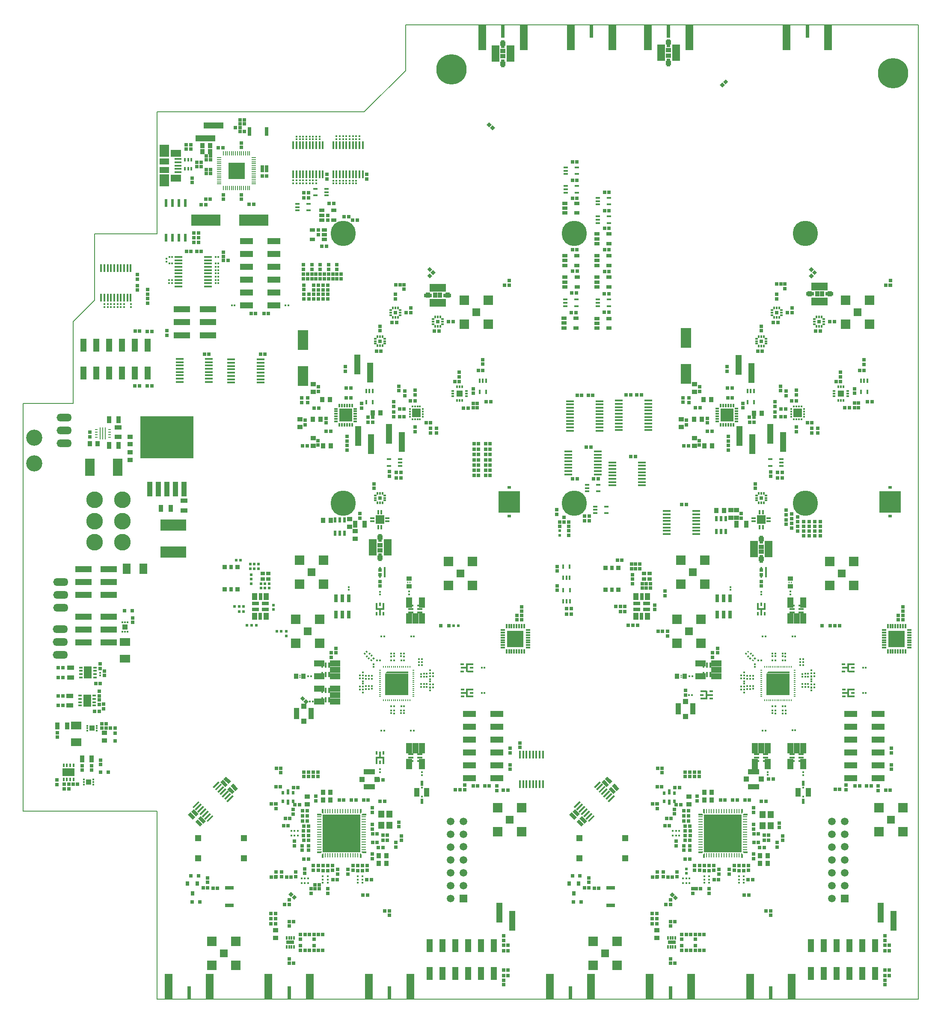
<source format=gts>
G04 #@! TF.FileFunction,Soldermask,Top*
%FSLAX46Y46*%
G04 Gerber Fmt 4.6, Leading zero omitted, Abs format (unit mm)*
G04 Created by KiCad (PCBNEW 4.0.7-e2-6376~61~ubuntu18.04.1) date Mon May 30 11:29:29 2022*
%MOMM*%
%LPD*%
G01*
G04 APERTURE LIST*
%ADD10C,0.150000*%
%ADD11C,0.200000*%
%ADD12C,0.100000*%
%ADD13C,1.500000*%
%ADD14R,1.500000X1.500000*%
%ADD15R,0.693420X0.693420*%
%ADD16R,0.800000X1.700000*%
%ADD17O,0.400000X0.200000*%
%ADD18R,0.200000X0.200000*%
%ADD19O,0.200000X0.400000*%
%ADD20R,4.600000X4.300000*%
%ADD21R,4.300000X0.300000*%
%ADD22R,2.540000X1.270000*%
%ADD23R,0.127000X0.127000*%
%ADD24R,0.863600X0.254000*%
%ADD25R,0.254000X0.863600*%
%ADD26R,7.467600X7.467600*%
%ADD27R,1.270000X2.540000*%
%ADD28R,1.380000X0.450000*%
%ADD29R,2.100000X1.475000*%
%ADD30R,1.900000X2.375000*%
%ADD31R,1.900000X1.175000*%
%ADD32R,0.450000X1.500000*%
%ADD33R,0.610000X0.670000*%
%ADD34R,0.610000X1.070000*%
%ADD35R,1.000000X0.700000*%
%ADD36R,0.890000X0.400000*%
%ADD37R,0.400000X0.890000*%
%ADD38R,1.700000X1.700000*%
%ADD39R,1.500000X0.450000*%
%ADD40R,1.910000X1.910000*%
%ADD41R,1.520000X1.520000*%
%ADD42R,0.600000X1.100000*%
%ADD43R,0.899160X1.399540*%
%ADD44R,2.000000X4.000000*%
%ADD45R,0.550000X0.280000*%
%ADD46R,0.195000X0.400000*%
%ADD47R,0.350000X0.300000*%
%ADD48R,0.280000X0.550000*%
%ADD49R,0.400000X0.195000*%
%ADD50R,1.200000X1.400000*%
%ADD51R,0.300000X0.350000*%
%ADD52R,1.000000X1.350000*%
%ADD53R,0.700000X1.350000*%
%ADD54R,1.350000X0.700000*%
%ADD55R,0.797560X0.797560*%
%ADD56R,0.595300X0.595300*%
%ADD57R,0.897560X0.798500*%
%ADD58R,0.998120X0.898120*%
%ADD59R,0.898120X0.998120*%
%ADD60R,0.410000X0.330000*%
%ADD61R,0.330000X0.410000*%
%ADD62R,1.300000X1.300000*%
%ADD63R,1.000000X1.750000*%
%ADD64R,0.600000X1.000000*%
%ADD65R,0.760000X1.650000*%
%ADD66R,1.200000X4.000000*%
%ADD67R,0.800000X0.900000*%
%ADD68R,1.700000X0.800000*%
%ADD69R,2.039620X1.150620*%
%ADD70R,1.150620X2.039620*%
%ADD71R,0.410000X1.780000*%
%ADD72R,0.710000X0.360000*%
%ADD73R,1.270000X0.360000*%
%ADD74R,1.780000X0.410000*%
%ADD75R,0.360000X0.710000*%
%ADD76R,0.360000X1.270000*%
%ADD77R,1.000000X0.350000*%
%ADD78R,0.700000X0.300000*%
%ADD79R,0.300000X0.700000*%
%ADD80R,2.600000X2.600000*%
%ADD81R,0.350000X0.850000*%
%ADD82R,0.850000X0.350000*%
%ADD83R,1.496060X5.000000*%
%ADD84R,0.698500X2.500000*%
%ADD85R,0.350000X1.000000*%
%ADD86R,2.200000X1.000000*%
%ADD87R,1.000000X1.000000*%
%ADD88R,0.540000X0.300000*%
%ADD89R,0.300000X0.540000*%
%ADD90R,0.760000X0.760000*%
%ADD91R,0.850000X0.300000*%
%ADD92R,0.300000X0.850000*%
%ADD93R,3.200000X3.200000*%
%ADD94R,0.800000X0.550000*%
%ADD95R,4.200000X4.200000*%
%ADD96R,1.000000X2.200000*%
%ADD97R,0.610000X0.350000*%
%ADD98R,0.350000X0.610000*%
%ADD99R,1.250000X1.250000*%
%ADD100R,0.400000X0.700000*%
%ADD101R,0.400000X2.100000*%
%ADD102R,0.400000X0.770000*%
%ADD103R,1.600000X0.700000*%
%ADD104R,0.800000X0.800000*%
%ADD105R,2.032000X1.524000*%
%ADD106R,1.524000X2.032000*%
%ADD107R,5.198120X2.198120*%
%ADD108O,2.994660X1.524000*%
%ADD109R,3.200000X1.270000*%
%ADD110R,3.200400X1.270000*%
%ADD111C,3.198120*%
%ADD112C,3.298120*%
%ADD113R,4.000000X1.200000*%
%ADD114R,1.850000X3.400000*%
%ADD115R,1.399540X0.899160*%
%ADD116R,1.100000X1.000000*%
%ADD117R,0.320000X0.430000*%
%ADD118R,1.000000X1.100000*%
%ADD119R,0.430000X0.320000*%
%ADD120R,0.400000X0.750000*%
%ADD121R,2.350000X1.600000*%
%ADD122R,0.600000X0.250000*%
%ADD123R,0.250000X2.400000*%
%ADD124R,1.000000X3.000000*%
%ADD125R,10.600000X8.400000*%
%ADD126R,0.300000X0.660000*%
%ADD127R,0.550000X1.600000*%
%ADD128R,0.875000X0.200000*%
%ADD129R,0.200000X0.875000*%
%ADD130R,0.750000X0.400000*%
%ADD131R,1.600000X2.350000*%
%ADD132R,0.950000X0.950000*%
%ADD133R,0.800000X0.950000*%
%ADD134R,1.500000X3.250000*%
%ADD135R,0.700000X1.500000*%
%ADD136R,3.250000X1.500000*%
%ADD137R,1.500000X0.700000*%
%ADD138R,5.798120X2.298120*%
%ADD139C,5.000000*%
%ADD140C,6.000000*%
%ADD141R,0.400000X0.350000*%
%ADD142R,0.350000X0.400000*%
G04 APERTURE END LIST*
D10*
D11*
X63390000Y-111490000D02*
X63390000Y-87350000D01*
X50960000Y-111490000D02*
X63390000Y-111490000D01*
X50960000Y-124590000D02*
X50960000Y-111490000D01*
X46770000Y-128780000D02*
X50960000Y-124590000D01*
X46770000Y-145000000D02*
X46770000Y-128780000D01*
X36820000Y-145000000D02*
X46770000Y-145000000D01*
X63390000Y-225550000D02*
X63390000Y-262740000D01*
X36820000Y-225550000D02*
X63390000Y-225550000D01*
X36820000Y-145000000D02*
X36820000Y-225550000D01*
X104330000Y-87350000D02*
X63390000Y-87350000D01*
X112510000Y-79170000D02*
X104330000Y-87350000D01*
X112510000Y-70160000D02*
X112510000Y-79170000D01*
X213990000Y-70160000D02*
X112510000Y-70160000D01*
X213990000Y-262740000D02*
X213990000Y-70160000D01*
X63390000Y-262740000D02*
X213990000Y-262740000D01*
D12*
G36*
X95973165Y-225136745D02*
X95973155Y-225797145D01*
X96176355Y-226000345D01*
X96227165Y-226000345D01*
X96227165Y-225136745D01*
X95973165Y-225136745D01*
G37*
X95973165Y-225136745D02*
X95973155Y-225797145D01*
X96176355Y-226000345D01*
X96227165Y-226000345D01*
X96227165Y-225136745D01*
X95973165Y-225136745D01*
G36*
X95036865Y-226073045D02*
X95036860Y-226327046D01*
X95900465Y-226327045D01*
X95900460Y-226276246D01*
X95697260Y-226073046D01*
X95036865Y-226073045D01*
G37*
X95036865Y-226073045D02*
X95036860Y-226327046D01*
X95900465Y-226327045D01*
X95900460Y-226276246D01*
X95697260Y-226073046D01*
X95036865Y-226073045D01*
G36*
X95036865Y-233573044D02*
X95036865Y-233827045D01*
X95697265Y-233827044D01*
X95900465Y-233623844D01*
X95900465Y-233573044D01*
X95036865Y-233573044D01*
G37*
X95036865Y-233573044D02*
X95036865Y-233827045D01*
X95697265Y-233827044D01*
X95900465Y-233623844D01*
X95900465Y-233573044D01*
X95036865Y-233573044D01*
G36*
X95973160Y-234102945D02*
X95973165Y-234763345D01*
X96227165Y-234763345D01*
X96227165Y-233899745D01*
X96176360Y-233899745D01*
X95973160Y-234102945D01*
G37*
X95973160Y-234102945D02*
X95973165Y-234763345D01*
X96227165Y-234763345D01*
X96227165Y-233899745D01*
X96176360Y-233899745D01*
X95973160Y-234102945D01*
G36*
X103473165Y-233899745D02*
X103473170Y-234763345D01*
X103727165Y-234763345D01*
X103727170Y-234102945D01*
X103523970Y-233899745D01*
X103473165Y-233899745D01*
G37*
X103473165Y-233899745D02*
X103473170Y-234763345D01*
X103727165Y-234763345D01*
X103727170Y-234102945D01*
X103523970Y-233899745D01*
X103473165Y-233899745D01*
G36*
X103799865Y-233573044D02*
X103799865Y-233623844D01*
X104003065Y-233827044D01*
X104663465Y-233827045D01*
X104663465Y-233573045D01*
X103799865Y-233573044D01*
G37*
X103799865Y-233573044D02*
X103799865Y-233623844D01*
X104003065Y-233827044D01*
X104663465Y-233827045D01*
X104663465Y-233573045D01*
X103799865Y-233573044D01*
G36*
X103473165Y-225136745D02*
X103473165Y-226000345D01*
X103523965Y-226000345D01*
X103727165Y-225797145D01*
X103727165Y-225136745D01*
X103473165Y-225136745D01*
G37*
X103473165Y-225136745D02*
X103473165Y-226000345D01*
X103523965Y-226000345D01*
X103727165Y-225797145D01*
X103727165Y-225136745D01*
X103473165Y-225136745D01*
G36*
X103799860Y-226276246D02*
X103799860Y-226327046D01*
X104663465Y-226327045D01*
X104663465Y-226073045D01*
X104003060Y-226073046D01*
X103799860Y-226276246D01*
G37*
X103799860Y-226276246D02*
X103799860Y-226327046D01*
X104663465Y-226327045D01*
X104663465Y-226073045D01*
X104003060Y-226073046D01*
X103799860Y-226276246D01*
G36*
X171413000Y-225136700D02*
X171412990Y-225797100D01*
X171616190Y-226000300D01*
X171667000Y-226000300D01*
X171667000Y-225136700D01*
X171413000Y-225136700D01*
G37*
X171413000Y-225136700D02*
X171412990Y-225797100D01*
X171616190Y-226000300D01*
X171667000Y-226000300D01*
X171667000Y-225136700D01*
X171413000Y-225136700D01*
G36*
X170476700Y-226073000D02*
X170476695Y-226327001D01*
X171340300Y-226327000D01*
X171340295Y-226276201D01*
X171137095Y-226073001D01*
X170476700Y-226073000D01*
G37*
X170476700Y-226073000D02*
X170476695Y-226327001D01*
X171340300Y-226327000D01*
X171340295Y-226276201D01*
X171137095Y-226073001D01*
X170476700Y-226073000D01*
G36*
X170476700Y-233572999D02*
X170476700Y-233827000D01*
X171137100Y-233826999D01*
X171340300Y-233623799D01*
X171340300Y-233572999D01*
X170476700Y-233572999D01*
G37*
X170476700Y-233572999D02*
X170476700Y-233827000D01*
X171137100Y-233826999D01*
X171340300Y-233623799D01*
X171340300Y-233572999D01*
X170476700Y-233572999D01*
G36*
X171412995Y-234102900D02*
X171413000Y-234763300D01*
X171667000Y-234763300D01*
X171667000Y-233899700D01*
X171616195Y-233899700D01*
X171412995Y-234102900D01*
G37*
X171412995Y-234102900D02*
X171413000Y-234763300D01*
X171667000Y-234763300D01*
X171667000Y-233899700D01*
X171616195Y-233899700D01*
X171412995Y-234102900D01*
G36*
X178913000Y-233899700D02*
X178913005Y-234763300D01*
X179167000Y-234763300D01*
X179167005Y-234102900D01*
X178963805Y-233899700D01*
X178913000Y-233899700D01*
G37*
X178913000Y-233899700D02*
X178913005Y-234763300D01*
X179167000Y-234763300D01*
X179167005Y-234102900D01*
X178963805Y-233899700D01*
X178913000Y-233899700D01*
G36*
X179239700Y-233572999D02*
X179239700Y-233623799D01*
X179442900Y-233826999D01*
X180103300Y-233827000D01*
X180103300Y-233573000D01*
X179239700Y-233572999D01*
G37*
X179239700Y-233572999D02*
X179239700Y-233623799D01*
X179442900Y-233826999D01*
X180103300Y-233827000D01*
X180103300Y-233573000D01*
X179239700Y-233572999D01*
G36*
X178913000Y-225136700D02*
X178913000Y-226000300D01*
X178963800Y-226000300D01*
X179167000Y-225797100D01*
X179167000Y-225136700D01*
X178913000Y-225136700D01*
G37*
X178913000Y-225136700D02*
X178913000Y-226000300D01*
X178963800Y-226000300D01*
X179167000Y-225797100D01*
X179167000Y-225136700D01*
X178913000Y-225136700D01*
G36*
X179239695Y-226276201D02*
X179239695Y-226327001D01*
X180103300Y-226327000D01*
X180103300Y-226073000D01*
X179442895Y-226073001D01*
X179239695Y-226276201D01*
G37*
X179239695Y-226276201D02*
X179239695Y-226327001D01*
X180103300Y-226327000D01*
X180103300Y-226073000D01*
X179442895Y-226073001D01*
X179239695Y-226276201D01*
D13*
X196870000Y-227590000D03*
X196870000Y-230130000D03*
X196870000Y-232670000D03*
X196870000Y-235210000D03*
X196870000Y-237750000D03*
X196870000Y-240290000D03*
X196870000Y-242830000D03*
X199410000Y-227590000D03*
X199410000Y-230130000D03*
X199410000Y-232640000D03*
X199410000Y-235210000D03*
X199410000Y-237750000D03*
X199410000Y-240290000D03*
D14*
X199410000Y-242830000D03*
D15*
X76379580Y-94390000D03*
X75480420Y-94390000D03*
D16*
X85015000Y-91185000D03*
X81615000Y-91185000D03*
D17*
X107454364Y-197728375D03*
X107454364Y-198128375D03*
X107454364Y-198528375D03*
X107454364Y-198928375D03*
X107454364Y-199328375D03*
X107454364Y-199728375D03*
X107454364Y-200128375D03*
X107454364Y-200528375D03*
X107454364Y-200928375D03*
X107454364Y-201328375D03*
X107454364Y-201728375D03*
X107454364Y-202128375D03*
X107454364Y-202528375D03*
X107454364Y-202928375D03*
D18*
X107354364Y-197728375D03*
X107354364Y-198128375D03*
X107354364Y-198528375D03*
X107354364Y-198928375D03*
X107354364Y-199328375D03*
X107354364Y-199728375D03*
X107354364Y-200128375D03*
X107354364Y-200528375D03*
X107354364Y-200928375D03*
X107354364Y-201328375D03*
X107354364Y-201728375D03*
X107354364Y-202128375D03*
X107354364Y-202528375D03*
X107354364Y-202928375D03*
X108154364Y-203728375D03*
X108554364Y-203728375D03*
X108954364Y-203728375D03*
X109354364Y-203728375D03*
X109754364Y-203728375D03*
X110154364Y-203728375D03*
X110554364Y-203728375D03*
X110954364Y-203728375D03*
X111354364Y-203728375D03*
X111754364Y-203728375D03*
X112154364Y-203728375D03*
X112554364Y-203728375D03*
X112954364Y-203728375D03*
X113354364Y-203728375D03*
X114154364Y-202928375D03*
X114154364Y-202528375D03*
X114154364Y-202128375D03*
X114154364Y-201728375D03*
X114154364Y-201328375D03*
X114154364Y-200928375D03*
X114154364Y-200528375D03*
X114154364Y-200128375D03*
X114154364Y-199728375D03*
X114154364Y-199328375D03*
X114154364Y-198928375D03*
X114154364Y-198528375D03*
X114154364Y-198128375D03*
X114154364Y-197728375D03*
X113354364Y-196928375D03*
X112954364Y-196928375D03*
X112554364Y-196928375D03*
X112154364Y-196928375D03*
X111754364Y-196928375D03*
X111354364Y-196928375D03*
X110954364Y-196928375D03*
X110554364Y-196928375D03*
X110154364Y-196928375D03*
X109754364Y-196928375D03*
X109354364Y-196928375D03*
X108954364Y-196928375D03*
X108554364Y-196928375D03*
X108154364Y-196928375D03*
D19*
X108154364Y-203628375D03*
X108554364Y-203628375D03*
X108954364Y-203628375D03*
X109354364Y-203628375D03*
X109754364Y-203628375D03*
X110154364Y-203628375D03*
X110554364Y-203628375D03*
X110954364Y-203628375D03*
X111354364Y-203628375D03*
X111754364Y-203628375D03*
X112154364Y-203628375D03*
X112554364Y-203628375D03*
X112954364Y-203628375D03*
X113354364Y-203628375D03*
D17*
X114054364Y-202928375D03*
X114054364Y-202528375D03*
X114054364Y-202128375D03*
X114054364Y-201728375D03*
X114054364Y-201328375D03*
X114054364Y-200928375D03*
X114054364Y-200528375D03*
X114054364Y-200128375D03*
X114054364Y-199728375D03*
X114054364Y-199328375D03*
X114054364Y-198928375D03*
X114054364Y-198528375D03*
X114054364Y-198128375D03*
X114054364Y-197728375D03*
D19*
X113354364Y-197028375D03*
X112954364Y-197028375D03*
X112554364Y-197028375D03*
X112154364Y-197028375D03*
X111754364Y-197028375D03*
X111354364Y-197028375D03*
X110954364Y-197028375D03*
X110554364Y-197028375D03*
X110154364Y-197028375D03*
X109754364Y-197028375D03*
X109354364Y-197028375D03*
X108954364Y-197028375D03*
X108554364Y-197028375D03*
X108154364Y-197028375D03*
D20*
X110754364Y-200478375D03*
D21*
X110904364Y-198178375D03*
D10*
G36*
X108454364Y-198328375D02*
X108754364Y-198028375D01*
X108954364Y-198028375D01*
X109254364Y-198328375D01*
X108454364Y-198328375D01*
X108454364Y-198328375D01*
G37*
D22*
X206040000Y-206340000D03*
X206040000Y-208880000D03*
X206040000Y-211420000D03*
X206040000Y-213960000D03*
X206040000Y-216500000D03*
X206040000Y-219040000D03*
X200580000Y-219040000D03*
X200580000Y-216500000D03*
X200580000Y-213960000D03*
X200580000Y-211420000D03*
X200580000Y-208880000D03*
X200580000Y-206340000D03*
D23*
X95468665Y-226200045D03*
D24*
X95468665Y-226700044D03*
X95468665Y-227200045D03*
X95468665Y-227700044D03*
X95468665Y-228200046D03*
X95468665Y-228700045D03*
X95468665Y-229200044D03*
X95468665Y-229700045D03*
X95468665Y-230200045D03*
X95468665Y-230700046D03*
X95468665Y-231200045D03*
X95468665Y-231700044D03*
X95468665Y-232200046D03*
X95468665Y-232700045D03*
X95468665Y-233200046D03*
D23*
X95468665Y-233700045D03*
X96100165Y-234331545D03*
D25*
X96600164Y-234331545D03*
X97100165Y-234331545D03*
X97600164Y-234331545D03*
X98100166Y-234331545D03*
X98600165Y-234331545D03*
X99100164Y-234331545D03*
X99600165Y-234331545D03*
X100100165Y-234331545D03*
X100600166Y-234331545D03*
X101100165Y-234331545D03*
X101600164Y-234331545D03*
X102100166Y-234331545D03*
X102600165Y-234331545D03*
X103100166Y-234331545D03*
D23*
X103600165Y-234331545D03*
X104231665Y-233700045D03*
D24*
X104231665Y-233200046D03*
X104231665Y-232700045D03*
X104231665Y-232200046D03*
X104231665Y-231700044D03*
X104231665Y-231200045D03*
X104231665Y-230700046D03*
X104231665Y-230200045D03*
X104231665Y-229700045D03*
X104231665Y-229200044D03*
X104231665Y-228700045D03*
X104231665Y-228200046D03*
X104231665Y-227700044D03*
X104231665Y-227200045D03*
X104231665Y-226700044D03*
D23*
X104231665Y-226200045D03*
X103600165Y-225568545D03*
D25*
X103100166Y-225568545D03*
X102600165Y-225568545D03*
X102100166Y-225568545D03*
X101600164Y-225568545D03*
X101100165Y-225568545D03*
X100600166Y-225568545D03*
X100100165Y-225568545D03*
X99600165Y-225568545D03*
X99100164Y-225568545D03*
X98600165Y-225568545D03*
X98100166Y-225568545D03*
X97600164Y-225568545D03*
X97100165Y-225568545D03*
X96600164Y-225568545D03*
D23*
X96100165Y-225568545D03*
D26*
X99850165Y-229950045D03*
D13*
X121430000Y-227590000D03*
X121430000Y-230130000D03*
X121430000Y-232670000D03*
X121430000Y-235210000D03*
X121430000Y-237750000D03*
X121430000Y-240290000D03*
X121430000Y-242830000D03*
X123970000Y-227590000D03*
X123970000Y-230130000D03*
X123970000Y-232640000D03*
X123970000Y-235210000D03*
X123970000Y-237750000D03*
X123970000Y-240290000D03*
D14*
X123970000Y-242830000D03*
D15*
X71220420Y-97310000D03*
X72119580Y-97310000D03*
D22*
X130600000Y-206340000D03*
X130600000Y-208880000D03*
X130600000Y-211420000D03*
X130600000Y-213960000D03*
X130600000Y-216500000D03*
X130600000Y-219040000D03*
X125140000Y-219040000D03*
X125140000Y-216500000D03*
X125140000Y-213960000D03*
X125140000Y-211420000D03*
X125140000Y-208880000D03*
X125140000Y-206340000D03*
D27*
X48770000Y-133500000D03*
X51310000Y-133500000D03*
X53850000Y-133500000D03*
X56390000Y-133500000D03*
X58930000Y-133500000D03*
X61470000Y-133500000D03*
X61470000Y-138960000D03*
X58930000Y-138960000D03*
X56390000Y-138960000D03*
X53850000Y-138960000D03*
X51310000Y-138960000D03*
X48770000Y-138960000D03*
D28*
X67470000Y-96660000D03*
X67470000Y-97310000D03*
X67470000Y-97960000D03*
X67470000Y-98610000D03*
X67470000Y-99260000D03*
D29*
X67110000Y-95497500D03*
X67110000Y-100422500D03*
D30*
X64810000Y-95050000D03*
X64810000Y-100870000D03*
D31*
X64810000Y-97120000D03*
X64810000Y-98800000D03*
D15*
X132999580Y-121590000D03*
X132100420Y-121590000D03*
D32*
X135155000Y-214420000D03*
X135805000Y-214420000D03*
X136455000Y-214420000D03*
X137105000Y-214420000D03*
X137755000Y-214420000D03*
X138405000Y-214420000D03*
X139055000Y-214420000D03*
X139705000Y-214420000D03*
X139705000Y-220220000D03*
X139055000Y-220220000D03*
X138405000Y-220220000D03*
X137755000Y-220220000D03*
X135155000Y-220220000D03*
X135805000Y-220220000D03*
X136455000Y-220220000D03*
X137105000Y-220220000D03*
D15*
X187800000Y-167970420D03*
X187800000Y-168869580D03*
D27*
X117250000Y-252180000D03*
X119790000Y-252180000D03*
X122330000Y-252180000D03*
X124870000Y-252180000D03*
X127410000Y-252180000D03*
X129950000Y-252180000D03*
X129950000Y-257640000D03*
X127410000Y-257640000D03*
X124870000Y-257640000D03*
X122330000Y-257640000D03*
X119790000Y-257640000D03*
X117250000Y-257640000D03*
D32*
X96145000Y-99700000D03*
X90295000Y-99700000D03*
X90295000Y-93900000D03*
X96145000Y-93900000D03*
X95495000Y-99700000D03*
X94845000Y-99700000D03*
X94195000Y-99700000D03*
X93545000Y-99700000D03*
X92895000Y-99700000D03*
X92245000Y-99700000D03*
X91595000Y-99700000D03*
X90945000Y-99700000D03*
X90945000Y-93900000D03*
X91595000Y-93900000D03*
X92245000Y-93900000D03*
X92895000Y-93900000D03*
X95495000Y-93900000D03*
X94845000Y-93900000D03*
X94195000Y-93900000D03*
X93545000Y-93900000D03*
D15*
X89490420Y-255660000D03*
X90389580Y-255660000D03*
D33*
X88270165Y-221975045D03*
D34*
X89260165Y-221775045D03*
D33*
X90250165Y-221975045D03*
X90250165Y-223625045D03*
D34*
X89260165Y-223825045D03*
D33*
X88270165Y-223625045D03*
D10*
G36*
X93298223Y-203947901D02*
X92807901Y-204438223D01*
X92317579Y-203947901D01*
X92807901Y-203457579D01*
X93298223Y-203947901D01*
X93298223Y-203947901D01*
G37*
G36*
X92662421Y-203312099D02*
X92172099Y-203802421D01*
X91681777Y-203312099D01*
X92172099Y-202821777D01*
X92662421Y-203312099D01*
X92662421Y-203312099D01*
G37*
D35*
X152800000Y-120030000D03*
X152800000Y-121930000D03*
X150400000Y-121930000D03*
X150400000Y-120980000D03*
X150400000Y-120030000D03*
D36*
X184360000Y-167635000D03*
X184360000Y-168295000D03*
X181390000Y-167635000D03*
X181390000Y-168295000D03*
D37*
X182545000Y-166480000D03*
X183205000Y-166480000D03*
X183205000Y-169450000D03*
D38*
X182875000Y-167965000D03*
D37*
X182545000Y-169450000D03*
D35*
X146450000Y-115790000D03*
X146450000Y-117690000D03*
X144050000Y-117690000D03*
X144050000Y-116740000D03*
X144050000Y-115790000D03*
D39*
X170030000Y-166265000D03*
X170030000Y-166915000D03*
X170030000Y-167565000D03*
X170030000Y-168215000D03*
X170030000Y-168865000D03*
X170030000Y-169515000D03*
X170030000Y-170165000D03*
X170030000Y-170815000D03*
X164230000Y-170815000D03*
X164230000Y-170165000D03*
X164230000Y-169515000D03*
X164230000Y-168865000D03*
X164230000Y-166265000D03*
X164230000Y-166915000D03*
X164230000Y-167565000D03*
X164230000Y-168215000D03*
D35*
X146470000Y-120030000D03*
X146470000Y-121930000D03*
X144070000Y-121930000D03*
X144070000Y-120980000D03*
X144070000Y-120030000D03*
D40*
X154400000Y-256090000D03*
X154400000Y-251350000D03*
D41*
X152030000Y-253720000D03*
D40*
X149660000Y-251350000D03*
X149660000Y-256090000D03*
D27*
X192690000Y-252180000D03*
X195230000Y-252180000D03*
X197770000Y-252180000D03*
X200310000Y-252180000D03*
X202850000Y-252180000D03*
X205390000Y-252180000D03*
X205390000Y-257640000D03*
X202850000Y-257640000D03*
X200310000Y-257640000D03*
X197770000Y-257640000D03*
X195230000Y-257640000D03*
X192690000Y-257640000D03*
D42*
X174015000Y-167735000D03*
X174965000Y-167735000D03*
X175915000Y-167735000D03*
X175915000Y-170335000D03*
X174965000Y-170335000D03*
X174015000Y-170335000D03*
D43*
X179907500Y-168835000D03*
X178002500Y-168835000D03*
D44*
X168035000Y-139115000D03*
X168035000Y-132015000D03*
D15*
X208429580Y-121590000D03*
X207530420Y-121590000D03*
D17*
X182900000Y-197730000D03*
X182900000Y-198130000D03*
X182900000Y-198530000D03*
X182900000Y-198930000D03*
X182900000Y-199330000D03*
X182900000Y-199730000D03*
X182900000Y-200130000D03*
X182900000Y-200530000D03*
X182900000Y-200930000D03*
X182900000Y-201330000D03*
X182900000Y-201730000D03*
X182900000Y-202130000D03*
X182900000Y-202530000D03*
X182900000Y-202930000D03*
D18*
X182800000Y-197730000D03*
X182800000Y-198130000D03*
X182800000Y-198530000D03*
X182800000Y-198930000D03*
X182800000Y-199330000D03*
X182800000Y-199730000D03*
X182800000Y-200130000D03*
X182800000Y-200530000D03*
X182800000Y-200930000D03*
X182800000Y-201330000D03*
X182800000Y-201730000D03*
X182800000Y-202130000D03*
X182800000Y-202530000D03*
X182800000Y-202930000D03*
X183600000Y-203730000D03*
X184000000Y-203730000D03*
X184400000Y-203730000D03*
X184800000Y-203730000D03*
X185200000Y-203730000D03*
X185600000Y-203730000D03*
X186000000Y-203730000D03*
X186400000Y-203730000D03*
X186800000Y-203730000D03*
X187200000Y-203730000D03*
X187600000Y-203730000D03*
X188000000Y-203730000D03*
X188400000Y-203730000D03*
X188800000Y-203730000D03*
X189600000Y-202930000D03*
X189600000Y-202530000D03*
X189600000Y-202130000D03*
X189600000Y-201730000D03*
X189600000Y-201330000D03*
X189600000Y-200930000D03*
X189600000Y-200530000D03*
X189600000Y-200130000D03*
X189600000Y-199730000D03*
X189600000Y-199330000D03*
X189600000Y-198930000D03*
X189600000Y-198530000D03*
X189600000Y-198130000D03*
X189600000Y-197730000D03*
X188800000Y-196930000D03*
X188400000Y-196930000D03*
X188000000Y-196930000D03*
X187600000Y-196930000D03*
X187200000Y-196930000D03*
X186800000Y-196930000D03*
X186400000Y-196930000D03*
X186000000Y-196930000D03*
X185600000Y-196930000D03*
X185200000Y-196930000D03*
X184800000Y-196930000D03*
X184400000Y-196930000D03*
X184000000Y-196930000D03*
X183600000Y-196930000D03*
D19*
X183600000Y-203630000D03*
X184000000Y-203630000D03*
X184400000Y-203630000D03*
X184800000Y-203630000D03*
X185200000Y-203630000D03*
X185600000Y-203630000D03*
X186000000Y-203630000D03*
X186400000Y-203630000D03*
X186800000Y-203630000D03*
X187200000Y-203630000D03*
X187600000Y-203630000D03*
X188000000Y-203630000D03*
X188400000Y-203630000D03*
X188800000Y-203630000D03*
D17*
X189500000Y-202930000D03*
X189500000Y-202530000D03*
X189500000Y-202130000D03*
X189500000Y-201730000D03*
X189500000Y-201330000D03*
X189500000Y-200930000D03*
X189500000Y-200530000D03*
X189500000Y-200130000D03*
X189500000Y-199730000D03*
X189500000Y-199330000D03*
X189500000Y-198930000D03*
X189500000Y-198530000D03*
X189500000Y-198130000D03*
X189500000Y-197730000D03*
D19*
X188800000Y-197030000D03*
X188400000Y-197030000D03*
X188000000Y-197030000D03*
X187600000Y-197030000D03*
X187200000Y-197030000D03*
X186800000Y-197030000D03*
X186400000Y-197030000D03*
X186000000Y-197030000D03*
X185600000Y-197030000D03*
X185200000Y-197030000D03*
X184800000Y-197030000D03*
X184400000Y-197030000D03*
X184000000Y-197030000D03*
X183600000Y-197030000D03*
D20*
X186200000Y-200480000D03*
D21*
X186350000Y-198180000D03*
D10*
G36*
X183900000Y-198330000D02*
X184200000Y-198030000D01*
X184400000Y-198030000D01*
X184700000Y-198330000D01*
X183900000Y-198330000D01*
X183900000Y-198330000D01*
G37*
D45*
X188650000Y-179790000D03*
X188650000Y-180910000D03*
D46*
X188447500Y-180350000D03*
X188852500Y-180350000D03*
D47*
X191190000Y-220935000D03*
X191190000Y-220385000D03*
X191190000Y-223285000D03*
X191190000Y-222735000D03*
D48*
X167600000Y-198910000D03*
X166480000Y-198910000D03*
D49*
X167040000Y-198707500D03*
X167040000Y-199112500D03*
D50*
X107710165Y-226190045D03*
X107710165Y-228390045D03*
X109310165Y-228390045D03*
X109310165Y-226190045D03*
D51*
X183195000Y-209630000D03*
X183745000Y-209630000D03*
X113605124Y-209629815D03*
X114155124Y-209629815D03*
X107745124Y-209629815D03*
X108295124Y-209629815D03*
D47*
X107470000Y-217305000D03*
X107470000Y-217855000D03*
X115750000Y-217885000D03*
X115750000Y-218435000D03*
D51*
X128155000Y-202220000D03*
X127605000Y-202220000D03*
X128165000Y-197250000D03*
X127615000Y-197250000D03*
D52*
X82650000Y-187045000D03*
X82650000Y-183195000D03*
X84950000Y-187045000D03*
X84950000Y-183195000D03*
D53*
X83800000Y-187045000D03*
D54*
X82825000Y-185720000D03*
X82825000Y-184520000D03*
X84775000Y-184510400D03*
X84775000Y-185720000D03*
D53*
X83805080Y-183195000D03*
D55*
X194939900Y-188940000D03*
X196540100Y-188940000D03*
D56*
X168060000Y-236990420D03*
X168060000Y-237889580D03*
D40*
X121050000Y-176180000D03*
X121050000Y-180920000D03*
D41*
X123420000Y-178550000D03*
D40*
X125790000Y-180920000D03*
X125790000Y-176180000D03*
D56*
X143030000Y-171039580D03*
X143030000Y-170140420D03*
D55*
X119499900Y-188940000D03*
X121100100Y-188940000D03*
D56*
X87939580Y-190040000D03*
X87040420Y-190040000D03*
X80499580Y-186140000D03*
X79600420Y-186140000D03*
X82020000Y-180619580D03*
X82020000Y-179720420D03*
X79600420Y-185130000D03*
X80499580Y-185130000D03*
X88900000Y-190030420D03*
X88900000Y-190929580D03*
X86380000Y-185719580D03*
X86380000Y-184820420D03*
X82959580Y-188800000D03*
X82060420Y-188800000D03*
X79599580Y-185130000D03*
X78700420Y-185130000D03*
X81160420Y-188810000D03*
X82059580Y-188810000D03*
X84710000Y-180610420D03*
X84710000Y-181509580D03*
X83910000Y-180610420D03*
X83910000Y-181509580D03*
X85510000Y-181499580D03*
X85510000Y-180600420D03*
X82020000Y-179719580D03*
X82020000Y-178820420D03*
X82600000Y-176760420D03*
X82600000Y-177659580D03*
X83430000Y-176760420D03*
X83430000Y-177659580D03*
X81780000Y-177659580D03*
X81780000Y-176760420D03*
X122949580Y-188940000D03*
X122050420Y-188940000D03*
X79889580Y-175970000D03*
X78990420Y-175970000D03*
D57*
X84270000Y-179716100D03*
X84270000Y-178623900D03*
X85380000Y-179716100D03*
X85380000Y-178623900D03*
D40*
X95510000Y-192360000D03*
X95510000Y-187620000D03*
D41*
X93140000Y-189990000D03*
D40*
X90770000Y-187620000D03*
X90770000Y-192360000D03*
D47*
X117958284Y-200553135D03*
X117958284Y-201103135D03*
X117356304Y-200503695D03*
X117356304Y-199953695D03*
X117356304Y-201705115D03*
X117356304Y-201155115D03*
D51*
X116732144Y-200429355D03*
X116182144Y-200429355D03*
D47*
X115555444Y-201004075D03*
X115555444Y-200454075D03*
D51*
X116732144Y-201028795D03*
X116182144Y-201028795D03*
D47*
X115555444Y-199005095D03*
X115555444Y-198455095D03*
D51*
X116729604Y-199029815D03*
X116179604Y-199029815D03*
D47*
X117955744Y-198353495D03*
X117955744Y-198903495D03*
X117356304Y-201105675D03*
X117356304Y-200555675D03*
X117356304Y-198903495D03*
X117356304Y-198353495D03*
D51*
X116729604Y-198430375D03*
X116179604Y-198430375D03*
D47*
X117356304Y-199502935D03*
X117356304Y-198952935D03*
X117353764Y-198298975D03*
X117353764Y-197748975D03*
X112248364Y-205681395D03*
X112248364Y-206231395D03*
X111651464Y-205683935D03*
X111651464Y-206233935D03*
X109665184Y-205681395D03*
X109665184Y-206231395D03*
X110254464Y-205686475D03*
X110254464Y-206236475D03*
D51*
X109674664Y-204861655D03*
X110224664Y-204861655D03*
X111676184Y-204866735D03*
X112226184Y-204866735D03*
D47*
X105854364Y-198853375D03*
X105854364Y-199403375D03*
D51*
X104679364Y-198828375D03*
X105229364Y-198828375D03*
X104679364Y-199428375D03*
X105229364Y-199428375D03*
D47*
X104054364Y-198153375D03*
X104054364Y-198703375D03*
X104054364Y-199353375D03*
X104054364Y-199903375D03*
X103454364Y-199303375D03*
X103454364Y-198753375D03*
X105854364Y-200853375D03*
X105854364Y-201403375D03*
D51*
X104679364Y-200828375D03*
X105229364Y-200828375D03*
X104679364Y-201428375D03*
X105229364Y-201428375D03*
D47*
X104054364Y-200353375D03*
X104054364Y-200903375D03*
X104054364Y-201553375D03*
X104054364Y-202103375D03*
X103454364Y-201503375D03*
X103454364Y-200953375D03*
D51*
X115729364Y-195528375D03*
X115179364Y-195528375D03*
X115729364Y-196728375D03*
X115179364Y-196728375D03*
X115729364Y-196128375D03*
X115179364Y-196128375D03*
D47*
X104054364Y-198753375D03*
X104054364Y-199303375D03*
X104054364Y-200953375D03*
X104054364Y-201503375D03*
D40*
X96290000Y-180670000D03*
X96290000Y-175930000D03*
D41*
X93920000Y-178300000D03*
D40*
X91550000Y-175930000D03*
X91550000Y-180670000D03*
D51*
X108304424Y-191031355D03*
X107754424Y-191031355D03*
X114159124Y-191031355D03*
X113609124Y-191031355D03*
X106898444Y-195788775D03*
X107448444Y-195788775D03*
D47*
X106208244Y-196514535D03*
X106208244Y-197064535D03*
D10*
G36*
X105810488Y-195981899D02*
X105563000Y-195734411D01*
X105775132Y-195522279D01*
X106022620Y-195769767D01*
X105810488Y-195981899D01*
X105810488Y-195981899D01*
G37*
G36*
X106199396Y-195592991D02*
X105951908Y-195345503D01*
X106164040Y-195133371D01*
X106411528Y-195380859D01*
X106199396Y-195592991D01*
X106199396Y-195592991D01*
G37*
G36*
X106005128Y-194797151D02*
X105757640Y-195044639D01*
X105545508Y-194832507D01*
X105792996Y-194585019D01*
X106005128Y-194797151D01*
X106005128Y-194797151D01*
G37*
G36*
X105616220Y-194408243D02*
X105368732Y-194655731D01*
X105156600Y-194443599D01*
X105404088Y-194196111D01*
X105616220Y-194408243D01*
X105616220Y-194408243D01*
G37*
G36*
X105474268Y-195333091D02*
X105226780Y-195580579D01*
X105014648Y-195368447D01*
X105262136Y-195120959D01*
X105474268Y-195333091D01*
X105474268Y-195333091D01*
G37*
G36*
X105085360Y-194944183D02*
X104837872Y-195191671D01*
X104625740Y-194979539D01*
X104873228Y-194732051D01*
X105085360Y-194944183D01*
X105085360Y-194944183D01*
G37*
G36*
X104489688Y-194663639D02*
X104242200Y-194416151D01*
X104454332Y-194204019D01*
X104701820Y-194451507D01*
X104489688Y-194663639D01*
X104489688Y-194663639D01*
G37*
G36*
X104878596Y-194274731D02*
X104631108Y-194027243D01*
X104843240Y-193815111D01*
X105090728Y-194062599D01*
X104878596Y-194274731D01*
X104878596Y-194274731D01*
G37*
D47*
X109660104Y-194974115D03*
X109660104Y-194424115D03*
X110257004Y-194971575D03*
X110257004Y-194421575D03*
D51*
X110232284Y-195788775D03*
X109682284Y-195788775D03*
D47*
X111654004Y-194969035D03*
X111654004Y-194419035D03*
X112243284Y-194974115D03*
X112243284Y-194424115D03*
D51*
X112233804Y-195793855D03*
X111683804Y-195793855D03*
X191175000Y-196730000D03*
X190625000Y-196730000D03*
X191175000Y-196120000D03*
X190625000Y-196120000D03*
X191175000Y-195530000D03*
X190625000Y-195530000D03*
D10*
G36*
X181263224Y-195984264D02*
X181015736Y-195736776D01*
X181227868Y-195524644D01*
X181475356Y-195772132D01*
X181263224Y-195984264D01*
X181263224Y-195984264D01*
G37*
G36*
X181652132Y-195595356D02*
X181404644Y-195347868D01*
X181616776Y-195135736D01*
X181864264Y-195383224D01*
X181652132Y-195595356D01*
X181652132Y-195595356D01*
G37*
D47*
X181660000Y-196515000D03*
X181660000Y-197065000D03*
D51*
X182345000Y-195790000D03*
X182895000Y-195790000D03*
D47*
X192800000Y-201105000D03*
X192800000Y-200555000D03*
X192800000Y-198905000D03*
X192800000Y-198355000D03*
X192800000Y-201705000D03*
X192800000Y-201155000D03*
X192800000Y-200505000D03*
X192800000Y-199955000D03*
X192800000Y-199505000D03*
X192800000Y-198955000D03*
X192800000Y-198295000D03*
X192800000Y-197745000D03*
D51*
X192185000Y-201030000D03*
X191635000Y-201030000D03*
X192175000Y-200430000D03*
X191625000Y-200430000D03*
X192175000Y-199030000D03*
X191625000Y-199030000D03*
X192175000Y-198430000D03*
X191625000Y-198430000D03*
D47*
X191000000Y-201005000D03*
X191000000Y-200455000D03*
D51*
X187125000Y-204870000D03*
X187675000Y-204870000D03*
X187685000Y-195790000D03*
X187135000Y-195790000D03*
X185125000Y-204860000D03*
X185675000Y-204860000D03*
X185680000Y-195790000D03*
X185130000Y-195790000D03*
D47*
X185700000Y-194970000D03*
X185700000Y-194420000D03*
X185110000Y-194970000D03*
X185110000Y-194420000D03*
X185110000Y-205675000D03*
X185110000Y-206225000D03*
X185700000Y-205685000D03*
X185700000Y-206235000D03*
X187100000Y-205685000D03*
X187100000Y-206235000D03*
X187700000Y-205685000D03*
X187700000Y-206235000D03*
X187690000Y-194975000D03*
X187690000Y-194425000D03*
X187100000Y-194965000D03*
X187100000Y-194415000D03*
D51*
X183750000Y-191030000D03*
X183200000Y-191030000D03*
X189605000Y-191030000D03*
X189055000Y-191030000D03*
X189055000Y-209620000D03*
X189605000Y-209620000D03*
D47*
X193410000Y-200555000D03*
X193410000Y-201105000D03*
X193400000Y-198355000D03*
X193400000Y-198905000D03*
D10*
G36*
X179933224Y-194664264D02*
X179685736Y-194416776D01*
X179897868Y-194204644D01*
X180145356Y-194452132D01*
X179933224Y-194664264D01*
X179933224Y-194664264D01*
G37*
G36*
X180322132Y-194275356D02*
X180074644Y-194027868D01*
X180286776Y-193815736D01*
X180534264Y-194063224D01*
X180322132Y-194275356D01*
X180322132Y-194275356D01*
G37*
G36*
X180924264Y-195336776D02*
X180676776Y-195584264D01*
X180464644Y-195372132D01*
X180712132Y-195124644D01*
X180924264Y-195336776D01*
X180924264Y-195336776D01*
G37*
G36*
X180535356Y-194947868D02*
X180287868Y-195195356D01*
X180075736Y-194983224D01*
X180323224Y-194735736D01*
X180535356Y-194947868D01*
X180535356Y-194947868D01*
G37*
G36*
X181454264Y-194796776D02*
X181206776Y-195044264D01*
X180994644Y-194832132D01*
X181242132Y-194584644D01*
X181454264Y-194796776D01*
X181454264Y-194796776D01*
G37*
G36*
X181065356Y-194407868D02*
X180817868Y-194655356D01*
X180605736Y-194443224D01*
X180853224Y-194195736D01*
X181065356Y-194407868D01*
X181065356Y-194407868D01*
G37*
D47*
X191000000Y-199005000D03*
X191000000Y-198455000D03*
D15*
X91249745Y-220900045D03*
X90350585Y-220900045D03*
D10*
G36*
X90988223Y-242617901D02*
X90497901Y-243108223D01*
X90007579Y-242617901D01*
X90497901Y-242127579D01*
X90988223Y-242617901D01*
X90988223Y-242617901D01*
G37*
G36*
X90352421Y-241982099D02*
X89862099Y-242472421D01*
X89371777Y-241982099D01*
X89862099Y-241491777D01*
X90352421Y-241982099D01*
X90352421Y-241982099D01*
G37*
D15*
X89289745Y-228420045D03*
X88390585Y-228420045D03*
X90570165Y-231520465D03*
X90570165Y-232419625D03*
X98120585Y-239090045D03*
X99019745Y-239090045D03*
X92350165Y-229500465D03*
X92350165Y-230399625D03*
X93360165Y-232420465D03*
X93360165Y-233319625D03*
X96220585Y-237310045D03*
X97119745Y-237310045D03*
D58*
X93110165Y-222720045D03*
X93110165Y-224220045D03*
D15*
X93049745Y-226520045D03*
X92150585Y-226520045D03*
X92150585Y-225500045D03*
X93049745Y-225500045D03*
X93049745Y-227530045D03*
X92150585Y-227530045D03*
X94260165Y-236360465D03*
X94260165Y-237259625D03*
X100289745Y-223340045D03*
X99390585Y-223340045D03*
X99080165Y-237120465D03*
X99080165Y-238019625D03*
X101120165Y-237120465D03*
X101120165Y-238019625D03*
X105940165Y-228230465D03*
X105940165Y-229129625D03*
X106000585Y-230070045D03*
X106899745Y-230070045D03*
X106899745Y-231720045D03*
X106000585Y-231720045D03*
X105940165Y-234070465D03*
X105940165Y-234969625D03*
X105940165Y-224930465D03*
X105940165Y-225829625D03*
X103969745Y-237310045D03*
X103070585Y-237310045D03*
X108039745Y-232740045D03*
X107140585Y-232740045D03*
X94760165Y-222640465D03*
X94760165Y-223539625D03*
D59*
X108720165Y-234400045D03*
X107220165Y-234400045D03*
D15*
X105749745Y-239090045D03*
X104850585Y-239090045D03*
D59*
X97670165Y-223360045D03*
X96170165Y-223360045D03*
D15*
X107470585Y-223620045D03*
X108369745Y-223620045D03*
X108030585Y-230330045D03*
X108929745Y-230330045D03*
X104999745Y-242140045D03*
X104100585Y-242140045D03*
X92090165Y-232420465D03*
X92090165Y-233319625D03*
X93309745Y-228550045D03*
X92410585Y-228550045D03*
X93370165Y-229500465D03*
X93370165Y-230399625D03*
X95270165Y-236350465D03*
X95270165Y-237249625D03*
X98060165Y-236360465D03*
X98060165Y-237259625D03*
X96220585Y-236300045D03*
X97119745Y-236300045D03*
X103979745Y-236300045D03*
X103080585Y-236300045D03*
X104920165Y-237249625D03*
X104920165Y-236350465D03*
X102130165Y-237259625D03*
X102130165Y-236360465D03*
D59*
X97670165Y-221830045D03*
X96170165Y-221830045D03*
X108720165Y-235920045D03*
X107220165Y-235920045D03*
D15*
X86860585Y-220780045D03*
X87759745Y-220780045D03*
X92600165Y-236990465D03*
X92600165Y-237889625D03*
X85930585Y-224100045D03*
X86829745Y-224100045D03*
X85930585Y-238580045D03*
X86829745Y-238580045D03*
X89879745Y-238580045D03*
X88980585Y-238580045D03*
X88030165Y-237630465D03*
X88030165Y-238529625D03*
X90820165Y-237630465D03*
X90820165Y-238529625D03*
X86890165Y-224160465D03*
X86890165Y-225059625D03*
X86890165Y-238529625D03*
X86890165Y-237630465D03*
X93870165Y-241819625D03*
X93870165Y-240920465D03*
X90300165Y-226139625D03*
X90300165Y-225240465D03*
X94570585Y-240870045D03*
X95469745Y-240870045D03*
X91529745Y-224340045D03*
X90630585Y-224340045D03*
X88730585Y-227030045D03*
X89629745Y-227030045D03*
X97180165Y-241829625D03*
X97180165Y-240930465D03*
X92410585Y-235030045D03*
X93309745Y-235030045D03*
X101800585Y-223350045D03*
X102699745Y-223350045D03*
X105119745Y-223340045D03*
X104220585Y-223340045D03*
X95469745Y-240170045D03*
X94570585Y-240170045D03*
D60*
X91940165Y-238855045D03*
X92600165Y-238855045D03*
X93260165Y-238855045D03*
X93260165Y-239845045D03*
X92600165Y-239845045D03*
X91940165Y-239845045D03*
X89910165Y-229455045D03*
X90570165Y-229455045D03*
X91230165Y-229455045D03*
X91230165Y-230445045D03*
X90570165Y-230445045D03*
X89910165Y-230445045D03*
D61*
X96165165Y-239750045D03*
X96165165Y-239090045D03*
X96165165Y-238430045D03*
X97155165Y-238430045D03*
X97155165Y-239090045D03*
X97155165Y-239750045D03*
X103025165Y-239750045D03*
X103025165Y-239090045D03*
X103025165Y-238430045D03*
X104015165Y-238430045D03*
X104015165Y-239090045D03*
X104015165Y-239750045D03*
D15*
X108929745Y-231340045D03*
X108030585Y-231340045D03*
X166020000Y-231530420D03*
X166020000Y-232429580D03*
X173570420Y-239090000D03*
X174469580Y-239090000D03*
X167800000Y-229500420D03*
X167800000Y-230399580D03*
X168810000Y-232410420D03*
X168810000Y-233309580D03*
X171670420Y-237310000D03*
X172569580Y-237310000D03*
D58*
X168560000Y-222720000D03*
X168560000Y-224220000D03*
D15*
X168509580Y-226520000D03*
X167610420Y-226520000D03*
X167600420Y-225500000D03*
X168499580Y-225500000D03*
X168499580Y-227530000D03*
X167600420Y-227530000D03*
X175739580Y-223340000D03*
X174840420Y-223340000D03*
X174530000Y-237120420D03*
X174530000Y-238019580D03*
X176560000Y-237120420D03*
X176560000Y-238019580D03*
X181390000Y-228230420D03*
X181390000Y-229129580D03*
X181450420Y-230080000D03*
X182349580Y-230080000D03*
X182349580Y-231720000D03*
X181450420Y-231720000D03*
X181390000Y-234070420D03*
X181390000Y-234969580D03*
X181390000Y-224930420D03*
X181390000Y-225829580D03*
X179419580Y-237320000D03*
X178520420Y-237320000D03*
X183489580Y-232740000D03*
X182590420Y-232740000D03*
X170220000Y-222640420D03*
X170220000Y-223539580D03*
D59*
X184170000Y-234400000D03*
X182670000Y-234400000D03*
D15*
X181199580Y-239090000D03*
X180300420Y-239090000D03*
D59*
X173120000Y-223350000D03*
X171620000Y-223350000D03*
D15*
X182920420Y-223620000D03*
X183819580Y-223620000D03*
X183480420Y-230330000D03*
X184379580Y-230330000D03*
X180439580Y-242140000D03*
X179540420Y-242140000D03*
X184369580Y-231340000D03*
X183470420Y-231340000D03*
X167550000Y-232420420D03*
X167550000Y-233319580D03*
X168759580Y-228550000D03*
X167860420Y-228550000D03*
X168759580Y-231350000D03*
X167860420Y-231350000D03*
X168820000Y-229500420D03*
X168820000Y-230399580D03*
X170720000Y-236350420D03*
X170720000Y-237249580D03*
X173520000Y-236360420D03*
X173520000Y-237259580D03*
X171670420Y-236300000D03*
X172569580Y-236300000D03*
X179429580Y-236300000D03*
X178530420Y-236300000D03*
X180370000Y-237249580D03*
X180370000Y-236350420D03*
X177580000Y-237249580D03*
X177580000Y-236350420D03*
D59*
X173120000Y-221820000D03*
X171620000Y-221820000D03*
X184170000Y-235920000D03*
X182670000Y-235920000D03*
D15*
X162320420Y-220770000D03*
X163219580Y-220770000D03*
X161380420Y-224110000D03*
X162279580Y-224110000D03*
X161370420Y-238580000D03*
X162269580Y-238580000D03*
X165329580Y-238580000D03*
X164430420Y-238580000D03*
X163480000Y-237630420D03*
X163480000Y-238529580D03*
X166270000Y-237620420D03*
X166270000Y-238519580D03*
X162340000Y-224160420D03*
X162340000Y-225059580D03*
X162340000Y-238519580D03*
X162340000Y-237620420D03*
X169320000Y-241829580D03*
X169320000Y-240930420D03*
X170020420Y-240870000D03*
X170919580Y-240870000D03*
X172620000Y-241829580D03*
X172620000Y-240930420D03*
X167850420Y-235030000D03*
X168749580Y-235030000D03*
X177250420Y-223340000D03*
X178149580Y-223340000D03*
X180569580Y-223340000D03*
X179670420Y-223340000D03*
D33*
X163720000Y-221985000D03*
D34*
X164710000Y-221785000D03*
D33*
X165700000Y-221985000D03*
X165700000Y-223635000D03*
D34*
X164710000Y-223835000D03*
D33*
X163720000Y-223635000D03*
D60*
X167390000Y-238845000D03*
X168050000Y-238845000D03*
X168710000Y-238845000D03*
X168710000Y-239835000D03*
X168050000Y-239835000D03*
X167390000Y-239835000D03*
D61*
X171625000Y-239750000D03*
X171625000Y-239090000D03*
X171625000Y-238430000D03*
X172615000Y-238430000D03*
X172615000Y-239090000D03*
X172615000Y-239750000D03*
D23*
X170908500Y-226200000D03*
D24*
X170908500Y-226699999D03*
X170908500Y-227200000D03*
X170908500Y-227699999D03*
X170908500Y-228200001D03*
X170908500Y-228700000D03*
X170908500Y-229199999D03*
X170908500Y-229700000D03*
X170908500Y-230200000D03*
X170908500Y-230700001D03*
X170908500Y-231200000D03*
X170908500Y-231699999D03*
X170908500Y-232200001D03*
X170908500Y-232700000D03*
X170908500Y-233200001D03*
D23*
X170908500Y-233700000D03*
X171540000Y-234331500D03*
D25*
X172039999Y-234331500D03*
X172540000Y-234331500D03*
X173039999Y-234331500D03*
X173540001Y-234331500D03*
X174040000Y-234331500D03*
X174539999Y-234331500D03*
X175040000Y-234331500D03*
X175540000Y-234331500D03*
X176040001Y-234331500D03*
X176540000Y-234331500D03*
X177039999Y-234331500D03*
X177540001Y-234331500D03*
X178040000Y-234331500D03*
X178540001Y-234331500D03*
D23*
X179040000Y-234331500D03*
X179671500Y-233700000D03*
D24*
X179671500Y-233200001D03*
X179671500Y-232700000D03*
X179671500Y-232200001D03*
X179671500Y-231699999D03*
X179671500Y-231200000D03*
X179671500Y-230700001D03*
X179671500Y-230200000D03*
X179671500Y-229700000D03*
X179671500Y-229199999D03*
X179671500Y-228700000D03*
X179671500Y-228200001D03*
X179671500Y-227699999D03*
X179671500Y-227200000D03*
X179671500Y-226699999D03*
D23*
X179671500Y-226200000D03*
X179040000Y-225568500D03*
D25*
X178540001Y-225568500D03*
X178040000Y-225568500D03*
X177540001Y-225568500D03*
X177039999Y-225568500D03*
X176540000Y-225568500D03*
X176040001Y-225568500D03*
X175540000Y-225568500D03*
X175040000Y-225568500D03*
X174539999Y-225568500D03*
X174040000Y-225568500D03*
X173540001Y-225568500D03*
X173039999Y-225568500D03*
X172540000Y-225568500D03*
X172039999Y-225568500D03*
D23*
X171540000Y-225568500D03*
D26*
X175290000Y-229950000D03*
D61*
X178485000Y-239750000D03*
X178485000Y-239090000D03*
X178485000Y-238430000D03*
X179475000Y-238430000D03*
X179475000Y-239090000D03*
X179475000Y-239750000D03*
D10*
G36*
X166418223Y-242707901D02*
X165927901Y-243198223D01*
X165437579Y-242707901D01*
X165927901Y-242217579D01*
X166418223Y-242707901D01*
X166418223Y-242707901D01*
G37*
G36*
X165782421Y-242072099D02*
X165292099Y-242562421D01*
X164801777Y-242072099D01*
X165292099Y-241581777D01*
X165782421Y-242072099D01*
X165782421Y-242072099D01*
G37*
D15*
X166699580Y-220900000D03*
X165800420Y-220900000D03*
X164739580Y-228420000D03*
X163840420Y-228420000D03*
X169700000Y-236350420D03*
X169700000Y-237249580D03*
X165760000Y-226129580D03*
X165760000Y-225230420D03*
X166979580Y-224330000D03*
X166080420Y-224330000D03*
X164180420Y-227030000D03*
X165079580Y-227030000D03*
D62*
X71520000Y-234920000D03*
X71520000Y-230920000D03*
X80520000Y-230920000D03*
X80520000Y-234920000D03*
X146960000Y-234920000D03*
X146960000Y-230920000D03*
X155960000Y-230920000D03*
X155960000Y-234920000D03*
D60*
X165360000Y-229455000D03*
X166020000Y-229455000D03*
X166680000Y-229455000D03*
X166680000Y-230445000D03*
X166020000Y-230445000D03*
X165360000Y-230445000D03*
D50*
X183170000Y-226220000D03*
X183170000Y-228420000D03*
X184770000Y-228420000D03*
X184770000Y-226220000D03*
D51*
X168715000Y-198920000D03*
X169265000Y-198920000D03*
D47*
X179500000Y-198755000D03*
X179500000Y-199305000D03*
D51*
X180125000Y-198830000D03*
X180675000Y-198830000D03*
X180125000Y-199430000D03*
X180675000Y-199430000D03*
D47*
X181300000Y-198855000D03*
X181300000Y-199405000D03*
X178900000Y-199305000D03*
X178900000Y-198755000D03*
D51*
X168605000Y-202610000D03*
X169155000Y-202610000D03*
D47*
X179500000Y-200955000D03*
X179500000Y-201505000D03*
D51*
X180125000Y-200830000D03*
X180675000Y-200830000D03*
X180125000Y-201430000D03*
X180675000Y-201430000D03*
D47*
X181300000Y-200855000D03*
X181300000Y-201405000D03*
X191190000Y-217885000D03*
X191190000Y-218435000D03*
X182900000Y-182745000D03*
X182900000Y-182195000D03*
X184160000Y-217845000D03*
X184160000Y-218395000D03*
X178900000Y-201505000D03*
X178900000Y-200955000D03*
D63*
X190190000Y-221840000D03*
X192190000Y-221840000D03*
D64*
X191190000Y-223640000D03*
X191190000Y-220040000D03*
D51*
X203595000Y-202220000D03*
X203045000Y-202220000D03*
X203605000Y-197250000D03*
X203055000Y-197250000D03*
D47*
X188650000Y-182725000D03*
X188650000Y-182175000D03*
X176770000Y-181285000D03*
X176770000Y-181835000D03*
X179500000Y-198155000D03*
X179500000Y-198705000D03*
X179500000Y-199355000D03*
X179500000Y-199905000D03*
X179500000Y-200355000D03*
X179500000Y-200905000D03*
X179500000Y-201555000D03*
X179500000Y-202105000D03*
D40*
X171730000Y-180670000D03*
X171730000Y-175930000D03*
D41*
X169360000Y-178300000D03*
D40*
X166990000Y-175930000D03*
X166990000Y-180670000D03*
D65*
X176760000Y-186720000D03*
X174220000Y-186720000D03*
X176760000Y-183540000D03*
X174220000Y-183540000D03*
X175490000Y-183540000D03*
X175490000Y-186720000D03*
D15*
X163379580Y-190040000D03*
X162480420Y-190040000D03*
D40*
X170950000Y-192370000D03*
X170950000Y-187630000D03*
D41*
X168580000Y-190000000D03*
D40*
X166210000Y-187630000D03*
X166210000Y-192370000D03*
D15*
X155939580Y-186140000D03*
X155040420Y-186140000D03*
X155039580Y-185130000D03*
X154140420Y-185130000D03*
X155040420Y-185130000D03*
X155939580Y-185130000D03*
X198389580Y-188940000D03*
X197490420Y-188940000D03*
X156600420Y-188810000D03*
X157499580Y-188810000D03*
X158399580Y-188800000D03*
X157500420Y-188800000D03*
X164340000Y-190030420D03*
X164340000Y-190929580D03*
D52*
X158090000Y-187045000D03*
X158090000Y-183195000D03*
X160390000Y-187045000D03*
X160390000Y-183195000D03*
D53*
X159240000Y-187045000D03*
D54*
X158265000Y-185720000D03*
X158265000Y-184520000D03*
X160215000Y-184510400D03*
X160215000Y-185720000D03*
D53*
X159245080Y-183195000D03*
D15*
X158870000Y-177659580D03*
X158870000Y-176760420D03*
X158040000Y-177659580D03*
X158040000Y-176760420D03*
X157220000Y-177659580D03*
X157220000Y-176760420D03*
X161820000Y-185719580D03*
X161820000Y-184820420D03*
X160150000Y-181509580D03*
X160150000Y-180610420D03*
X160950000Y-181499580D03*
X160950000Y-180600420D03*
X159350000Y-181509580D03*
X159350000Y-180610420D03*
X157460000Y-179719580D03*
X157460000Y-178820420D03*
X155329580Y-175970000D03*
X154430420Y-175970000D03*
X157460000Y-179720420D03*
X157460000Y-180619580D03*
D57*
X160820000Y-179716100D03*
X160820000Y-178623900D03*
X159720000Y-179716100D03*
X159720000Y-178623900D03*
D15*
X93299745Y-231330045D03*
X92400585Y-231330045D03*
D66*
X131090000Y-245630000D03*
X133630000Y-247230000D03*
D15*
X131920420Y-257030000D03*
X132819580Y-257030000D03*
X131920420Y-253200000D03*
X132819580Y-253200000D03*
X131920420Y-258060000D03*
X132819580Y-258060000D03*
X207360420Y-257030000D03*
X208259580Y-257030000D03*
X207360420Y-253200000D03*
X208259580Y-253200000D03*
D40*
X78960000Y-256090000D03*
X78960000Y-251350000D03*
D41*
X76590000Y-253720000D03*
D40*
X74220000Y-251350000D03*
X74220000Y-256090000D03*
D66*
X206530000Y-245630000D03*
X209070000Y-247230000D03*
D67*
X145805000Y-241855000D03*
X144855000Y-239855000D03*
X146755000Y-239855000D03*
D10*
G36*
X78232099Y-222218223D02*
X77741777Y-221727901D01*
X78232099Y-221237579D01*
X78722421Y-221727901D01*
X78232099Y-222218223D01*
X78232099Y-222218223D01*
G37*
G36*
X78867901Y-221582421D02*
X78377579Y-221092099D01*
X78867901Y-220601777D01*
X79358223Y-221092099D01*
X78867901Y-221582421D01*
X78867901Y-221582421D01*
G37*
G36*
X76862099Y-220818223D02*
X76371777Y-220327901D01*
X76862099Y-219837579D01*
X77352421Y-220327901D01*
X76862099Y-220818223D01*
X76862099Y-220818223D01*
G37*
G36*
X77497901Y-220182421D02*
X77007579Y-219692099D01*
X77497901Y-219201777D01*
X77988223Y-219692099D01*
X77497901Y-220182421D01*
X77497901Y-220182421D01*
G37*
G36*
X76372099Y-220348223D02*
X75881777Y-219857901D01*
X76372099Y-219367579D01*
X76862421Y-219857901D01*
X76372099Y-220348223D01*
X76372099Y-220348223D01*
G37*
G36*
X77007901Y-219712421D02*
X76517579Y-219222099D01*
X77007901Y-218731777D01*
X77498223Y-219222099D01*
X77007901Y-219712421D01*
X77007901Y-219712421D01*
G37*
G36*
X72487901Y-227031777D02*
X72978223Y-227522099D01*
X72487901Y-228012421D01*
X71997579Y-227522099D01*
X72487901Y-227031777D01*
X72487901Y-227031777D01*
G37*
G36*
X71852099Y-227667579D02*
X72342421Y-228157901D01*
X71852099Y-228648223D01*
X71361777Y-228157901D01*
X71852099Y-227667579D01*
X71852099Y-227667579D01*
G37*
G36*
X71997901Y-226541777D02*
X72488223Y-227032099D01*
X71997901Y-227522421D01*
X71507579Y-227032099D01*
X71997901Y-226541777D01*
X71997901Y-226541777D01*
G37*
G36*
X71362099Y-227177579D02*
X71852421Y-227667901D01*
X71362099Y-228158223D01*
X70871777Y-227667901D01*
X71362099Y-227177579D01*
X71362099Y-227177579D01*
G37*
G36*
X71077901Y-225621777D02*
X71568223Y-226112099D01*
X71077901Y-226602421D01*
X70587579Y-226112099D01*
X71077901Y-225621777D01*
X71077901Y-225621777D01*
G37*
G36*
X70442099Y-226257579D02*
X70932421Y-226747901D01*
X70442099Y-227238223D01*
X69951777Y-226747901D01*
X70442099Y-226257579D01*
X70442099Y-226257579D01*
G37*
G36*
X70617901Y-225161777D02*
X71108223Y-225652099D01*
X70617901Y-226142421D01*
X70127579Y-225652099D01*
X70617901Y-225161777D01*
X70617901Y-225161777D01*
G37*
G36*
X69982099Y-225797579D02*
X70472421Y-226287901D01*
X69982099Y-226778223D01*
X69491777Y-226287901D01*
X69982099Y-225797579D01*
X69982099Y-225797579D01*
G37*
G36*
X153668829Y-222206981D02*
X153178507Y-221716659D01*
X153668829Y-221226337D01*
X154159151Y-221716659D01*
X153668829Y-222206981D01*
X153668829Y-222206981D01*
G37*
G36*
X154304631Y-221571179D02*
X153814309Y-221080857D01*
X154304631Y-220590535D01*
X154794953Y-221080857D01*
X154304631Y-221571179D01*
X154304631Y-221571179D01*
G37*
G36*
X153216280Y-221740291D02*
X152725958Y-221249969D01*
X153216280Y-220759647D01*
X153706602Y-221249969D01*
X153216280Y-221740291D01*
X153216280Y-221740291D01*
G37*
G36*
X153852082Y-221104489D02*
X153361760Y-220614167D01*
X153852082Y-220123845D01*
X154342404Y-220614167D01*
X153852082Y-221104489D01*
X153852082Y-221104489D01*
G37*
G36*
X152297041Y-220821053D02*
X151806719Y-220330731D01*
X152297041Y-219840409D01*
X152787363Y-220330731D01*
X152297041Y-220821053D01*
X152297041Y-220821053D01*
G37*
G36*
X152932843Y-220185251D02*
X152442521Y-219694929D01*
X152932843Y-219204607D01*
X153423165Y-219694929D01*
X152932843Y-220185251D01*
X152932843Y-220185251D01*
G37*
G36*
X151816209Y-220340219D02*
X151325887Y-219849897D01*
X151816209Y-219359575D01*
X152306531Y-219849897D01*
X151816209Y-220340219D01*
X151816209Y-220340219D01*
G37*
G36*
X152452011Y-219704417D02*
X151961689Y-219214095D01*
X152452011Y-218723773D01*
X152942333Y-219214095D01*
X152452011Y-219704417D01*
X152452011Y-219704417D01*
G37*
G36*
X147926527Y-227025208D02*
X148416849Y-227515530D01*
X147926527Y-228005852D01*
X147436205Y-227515530D01*
X147926527Y-227025208D01*
X147926527Y-227025208D01*
G37*
G36*
X147290725Y-227661010D02*
X147781047Y-228151332D01*
X147290725Y-228641654D01*
X146800403Y-228151332D01*
X147290725Y-227661010D01*
X147290725Y-227661010D01*
G37*
G36*
X147438624Y-226537303D02*
X147928946Y-227027625D01*
X147438624Y-227517947D01*
X146948302Y-227027625D01*
X147438624Y-226537303D01*
X147438624Y-226537303D01*
G37*
G36*
X146802822Y-227173105D02*
X147293144Y-227663427D01*
X146802822Y-228153749D01*
X146312500Y-227663427D01*
X146802822Y-227173105D01*
X146802822Y-227173105D01*
G37*
G36*
X146519384Y-225618065D02*
X147009706Y-226108387D01*
X146519384Y-226598709D01*
X146029062Y-226108387D01*
X146519384Y-225618065D01*
X146519384Y-225618065D01*
G37*
G36*
X145883582Y-226253867D02*
X146373904Y-226744189D01*
X145883582Y-227234511D01*
X145393260Y-226744189D01*
X145883582Y-226253867D01*
X145883582Y-226253867D01*
G37*
G36*
X146059766Y-225158445D02*
X146550088Y-225648767D01*
X146059766Y-226139089D01*
X145569444Y-225648767D01*
X146059766Y-225158445D01*
X146059766Y-225158445D01*
G37*
G36*
X145423964Y-225794247D02*
X145914286Y-226284569D01*
X145423964Y-226774891D01*
X144933642Y-226284569D01*
X145423964Y-225794247D01*
X145423964Y-225794247D01*
G37*
D15*
X131920000Y-259909580D03*
X131920000Y-259010420D03*
X150749580Y-240780000D03*
X149850420Y-240780000D03*
X131910000Y-251149580D03*
X131910000Y-250250420D03*
X131910420Y-252120000D03*
X132809580Y-252120000D03*
X147910420Y-240770000D03*
X148809580Y-240770000D03*
X207360420Y-258060000D03*
X208259580Y-258060000D03*
X207360000Y-259909580D03*
X207360000Y-259010420D03*
X207350000Y-251149580D03*
X207350000Y-250250420D03*
X207350420Y-252120000D03*
X208249580Y-252120000D03*
D68*
X153070000Y-244170000D03*
X153070000Y-240770000D03*
D10*
G36*
X74270901Y-226349328D02*
X74518388Y-226596815D01*
X73387017Y-227728186D01*
X73139530Y-227480699D01*
X74270901Y-226349328D01*
X74270901Y-226349328D01*
G37*
G36*
X73811282Y-225889709D02*
X74058769Y-226137196D01*
X72927398Y-227268567D01*
X72679911Y-227021080D01*
X73811282Y-225889709D01*
X73811282Y-225889709D01*
G37*
G36*
X73351662Y-225430089D02*
X73599149Y-225677576D01*
X72467778Y-226808947D01*
X72220291Y-226561460D01*
X73351662Y-225430089D01*
X73351662Y-225430089D01*
G37*
G36*
X72892043Y-224970470D02*
X73139530Y-225217957D01*
X72008159Y-226349328D01*
X71760672Y-226101841D01*
X72892043Y-224970470D01*
X72892043Y-224970470D01*
G37*
G36*
X72432424Y-224510851D02*
X72679911Y-224758338D01*
X71548540Y-225889709D01*
X71301053Y-225642222D01*
X72432424Y-224510851D01*
X72432424Y-224510851D01*
G37*
G36*
X71972804Y-224051231D02*
X72220291Y-224298718D01*
X71088920Y-225430089D01*
X70841433Y-225182602D01*
X71972804Y-224051231D01*
X71972804Y-224051231D01*
G37*
G36*
X71513185Y-223591612D02*
X71760672Y-223839099D01*
X70629301Y-224970470D01*
X70381814Y-224722983D01*
X71513185Y-223591612D01*
X71513185Y-223591612D01*
G37*
G36*
X75472983Y-219631814D02*
X75720470Y-219879301D01*
X74589099Y-221010672D01*
X74341612Y-220763185D01*
X75472983Y-219631814D01*
X75472983Y-219631814D01*
G37*
G36*
X75932602Y-220091433D02*
X76180089Y-220338920D01*
X75048718Y-221470291D01*
X74801231Y-221222804D01*
X75932602Y-220091433D01*
X75932602Y-220091433D01*
G37*
G36*
X76392222Y-220551053D02*
X76639709Y-220798540D01*
X75508338Y-221929911D01*
X75260851Y-221682424D01*
X76392222Y-220551053D01*
X76392222Y-220551053D01*
G37*
G36*
X76851841Y-221010672D02*
X77099328Y-221258159D01*
X75967957Y-222389530D01*
X75720470Y-222142043D01*
X76851841Y-221010672D01*
X76851841Y-221010672D01*
G37*
G36*
X77311460Y-221470291D02*
X77558947Y-221717778D01*
X76427576Y-222849149D01*
X76180089Y-222601662D01*
X77311460Y-221470291D01*
X77311460Y-221470291D01*
G37*
G36*
X77771080Y-221929911D02*
X78018567Y-222177398D01*
X76887196Y-223308769D01*
X76639709Y-223061282D01*
X77771080Y-221929911D01*
X77771080Y-221929911D01*
G37*
G36*
X78230699Y-222389530D02*
X78478186Y-222637017D01*
X77346815Y-223768388D01*
X77099328Y-223520901D01*
X78230699Y-222389530D01*
X78230699Y-222389530D01*
G37*
G36*
X149712269Y-226344970D02*
X149959756Y-226592457D01*
X148828385Y-227723828D01*
X148580898Y-227476341D01*
X149712269Y-226344970D01*
X149712269Y-226344970D01*
G37*
G36*
X149252650Y-225885351D02*
X149500137Y-226132838D01*
X148368766Y-227264209D01*
X148121279Y-227016722D01*
X149252650Y-225885351D01*
X149252650Y-225885351D01*
G37*
G36*
X148793030Y-225425731D02*
X149040517Y-225673218D01*
X147909146Y-226804589D01*
X147661659Y-226557102D01*
X148793030Y-225425731D01*
X148793030Y-225425731D01*
G37*
G36*
X148333411Y-224966112D02*
X148580898Y-225213599D01*
X147449527Y-226344970D01*
X147202040Y-226097483D01*
X148333411Y-224966112D01*
X148333411Y-224966112D01*
G37*
G36*
X147873792Y-224506493D02*
X148121279Y-224753980D01*
X146989908Y-225885351D01*
X146742421Y-225637864D01*
X147873792Y-224506493D01*
X147873792Y-224506493D01*
G37*
G36*
X147414172Y-224046873D02*
X147661659Y-224294360D01*
X146530288Y-225425731D01*
X146282801Y-225178244D01*
X147414172Y-224046873D01*
X147414172Y-224046873D01*
G37*
G36*
X146954553Y-223587254D02*
X147202040Y-223834741D01*
X146070669Y-224966112D01*
X145823182Y-224718625D01*
X146954553Y-223587254D01*
X146954553Y-223587254D01*
G37*
G36*
X150914351Y-219627456D02*
X151161838Y-219874943D01*
X150030467Y-221006314D01*
X149782980Y-220758827D01*
X150914351Y-219627456D01*
X150914351Y-219627456D01*
G37*
G36*
X151373970Y-220087075D02*
X151621457Y-220334562D01*
X150490086Y-221465933D01*
X150242599Y-221218446D01*
X151373970Y-220087075D01*
X151373970Y-220087075D01*
G37*
G36*
X151833590Y-220546695D02*
X152081077Y-220794182D01*
X150949706Y-221925553D01*
X150702219Y-221678066D01*
X151833590Y-220546695D01*
X151833590Y-220546695D01*
G37*
G36*
X152293209Y-221006314D02*
X152540696Y-221253801D01*
X151409325Y-222385172D01*
X151161838Y-222137685D01*
X152293209Y-221006314D01*
X152293209Y-221006314D01*
G37*
G36*
X152752828Y-221465933D02*
X153000315Y-221713420D01*
X151868944Y-222844791D01*
X151621457Y-222597304D01*
X152752828Y-221465933D01*
X152752828Y-221465933D01*
G37*
G36*
X153212448Y-221925553D02*
X153459935Y-222173040D01*
X152328564Y-223304411D01*
X152081077Y-223056924D01*
X153212448Y-221925553D01*
X153212448Y-221925553D01*
G37*
G36*
X153672067Y-222385172D02*
X153919554Y-222632659D01*
X152788183Y-223764030D01*
X152540696Y-223516543D01*
X153672067Y-222385172D01*
X153672067Y-222385172D01*
G37*
G36*
X77772099Y-221748223D02*
X77281777Y-221257901D01*
X77772099Y-220767579D01*
X78262421Y-221257901D01*
X77772099Y-221748223D01*
X77772099Y-221748223D01*
G37*
G36*
X78407901Y-221112421D02*
X77917579Y-220622099D01*
X78407901Y-220131777D01*
X78898223Y-220622099D01*
X78407901Y-221112421D01*
X78407901Y-221112421D01*
G37*
D69*
X174035160Y-196378880D03*
X174035160Y-197648880D03*
X174035160Y-198918880D03*
X170857620Y-198918880D03*
X170857620Y-196378880D03*
D70*
X188638880Y-213124840D03*
X189908880Y-213124840D03*
X191178880Y-213124840D03*
X191178880Y-216302380D03*
X188638880Y-216302380D03*
X191171120Y-187495160D03*
X189901120Y-187495160D03*
X188631120Y-187495160D03*
X188631120Y-184317620D03*
X191171120Y-184317620D03*
D71*
X200130000Y-202220000D03*
D72*
X199215000Y-201510000D03*
D73*
X199495000Y-202220000D03*
D72*
X199215000Y-202930000D03*
D73*
X200765000Y-202930000D03*
D72*
X201045000Y-202220000D03*
D73*
X200765000Y-201510000D03*
D71*
X200120000Y-197240000D03*
D72*
X199205000Y-196530000D03*
D73*
X199485000Y-197240000D03*
D72*
X199205000Y-197950000D03*
D73*
X200755000Y-197950000D03*
D72*
X201035000Y-197240000D03*
D73*
X200755000Y-196530000D03*
D74*
X182910000Y-185620000D03*
D75*
X182200000Y-186535000D03*
D76*
X182910000Y-186255000D03*
D75*
X183620000Y-186535000D03*
D76*
X183620000Y-184985000D03*
D75*
X182910000Y-184705000D03*
D76*
X182200000Y-184985000D03*
D77*
X190810000Y-215650000D03*
X190810000Y-215000000D03*
X190810000Y-214350000D03*
X189010000Y-214350000D03*
X189010000Y-215000000D03*
X189010000Y-215650000D03*
X189000000Y-184960000D03*
X189000000Y-185610000D03*
X189000000Y-186260000D03*
X190800000Y-186260000D03*
X190800000Y-185610000D03*
X190800000Y-184960000D03*
D15*
X208680000Y-214049580D03*
X208680000Y-213150420D03*
X124250000Y-220420420D03*
X124250000Y-221319580D03*
X199690000Y-220420420D03*
X199690000Y-221319580D03*
X133240000Y-214049580D03*
X133240000Y-213150420D03*
X133240000Y-216400420D03*
X133240000Y-217299580D03*
X208680000Y-216400420D03*
X208680000Y-217299580D03*
X130560000Y-220580420D03*
X130560000Y-221479580D03*
X206000000Y-220580420D03*
X206000000Y-221479580D03*
X100930000Y-152409580D03*
X100930000Y-151510420D03*
X95180000Y-152330420D03*
X95180000Y-153229580D03*
D58*
X94220000Y-151840000D03*
X94220000Y-153340000D03*
D15*
X96790000Y-147930420D03*
X96790000Y-148829580D03*
X92620000Y-148300420D03*
X92620000Y-149199580D03*
D58*
X91600000Y-148100000D03*
X91600000Y-149600000D03*
D15*
X95349580Y-145880000D03*
X94450420Y-145880000D03*
X93160000Y-144779580D03*
X93160000Y-143880420D03*
X103840000Y-145869580D03*
X103840000Y-144970420D03*
D58*
X94250000Y-142680000D03*
X94250000Y-141180000D03*
D15*
X95260000Y-142609580D03*
X95260000Y-141710420D03*
X100820420Y-143900000D03*
X101719580Y-143900000D03*
X100790420Y-141970000D03*
X101689580Y-141970000D03*
X100650000Y-138629580D03*
X100650000Y-137730420D03*
X176375000Y-152404580D03*
X176375000Y-151505420D03*
X170625000Y-152325420D03*
X170625000Y-153224580D03*
D58*
X169665000Y-151835000D03*
X169665000Y-153335000D03*
D15*
X172235000Y-147925420D03*
X172235000Y-148824580D03*
D59*
X181460000Y-146900000D03*
X182960000Y-146900000D03*
D15*
X168065000Y-148295420D03*
X168065000Y-149194580D03*
D58*
X167035000Y-148095000D03*
X167035000Y-149595000D03*
D15*
X170784580Y-145865000D03*
X169885420Y-145865000D03*
X168605000Y-144774580D03*
X168605000Y-143875420D03*
X179295000Y-145864580D03*
X179295000Y-144965420D03*
D58*
X169710000Y-142690000D03*
X169710000Y-141190000D03*
D15*
X170705000Y-142604580D03*
X170705000Y-141705420D03*
X176265420Y-143895000D03*
X177164580Y-143895000D03*
X176235420Y-141965000D03*
X177134580Y-141965000D03*
X176095000Y-138624580D03*
X176095000Y-137725420D03*
X114380000Y-149660420D03*
X114380000Y-150559580D03*
X117480000Y-150819580D03*
X117480000Y-149920420D03*
X118660000Y-150819580D03*
X118660000Y-149920420D03*
X110210000Y-146670420D03*
X110210000Y-147569580D03*
X110200000Y-144650420D03*
X110200000Y-145549580D03*
X111230000Y-141560420D03*
X111230000Y-142459580D03*
X112360000Y-142550420D03*
X112360000Y-143449580D03*
X114380000Y-142390420D03*
X114380000Y-143289580D03*
X184735000Y-159384580D03*
X184735000Y-158485420D03*
X189825000Y-149655420D03*
X189825000Y-150554580D03*
X192925000Y-150814580D03*
X192925000Y-149915420D03*
X194105000Y-150814580D03*
X194105000Y-149915420D03*
X185655000Y-146665420D03*
X185655000Y-147564580D03*
X185645000Y-144645420D03*
X185645000Y-145544580D03*
X186675000Y-141555420D03*
X186675000Y-142454580D03*
X187805000Y-142545420D03*
X187805000Y-143444580D03*
X189825000Y-142385420D03*
X189825000Y-143284580D03*
X100940000Y-153300420D03*
X100940000Y-154199580D03*
D59*
X96200000Y-153400000D03*
X97700000Y-153400000D03*
D15*
X97699580Y-150480000D03*
X96800420Y-150480000D03*
D59*
X94160000Y-148150000D03*
X95660000Y-148150000D03*
X96050000Y-144180000D03*
X97550000Y-144180000D03*
D15*
X176375000Y-153305420D03*
X176375000Y-154204580D03*
D59*
X171645000Y-153395000D03*
X173145000Y-153395000D03*
D15*
X173144580Y-150485000D03*
X172245420Y-150485000D03*
D59*
X169605000Y-148145000D03*
X171105000Y-148145000D03*
X171495000Y-144175000D03*
X172995000Y-144175000D03*
D15*
X113480420Y-144470000D03*
X114379580Y-144470000D03*
X188925420Y-144465000D03*
X189824580Y-144465000D03*
X93039580Y-153360000D03*
X92140420Y-153360000D03*
X105140420Y-148690000D03*
X106039580Y-148690000D03*
X105120420Y-147700000D03*
X106019580Y-147700000D03*
X91990000Y-144769580D03*
X91990000Y-143870420D03*
X168474580Y-153355000D03*
X167575420Y-153355000D03*
X180585420Y-148695000D03*
X181484580Y-148695000D03*
X180565420Y-147705000D03*
X181464580Y-147705000D03*
X167425000Y-144764580D03*
X167425000Y-143865420D03*
X117479580Y-148830000D03*
X116580420Y-148830000D03*
X112239580Y-147580000D03*
X111340420Y-147580000D03*
X112249580Y-146080000D03*
X111350420Y-146080000D03*
X186115420Y-159705000D03*
X187014580Y-159705000D03*
X187024580Y-158575000D03*
X186125420Y-158575000D03*
X192924580Y-148825000D03*
X192025420Y-148825000D03*
X187684580Y-147575000D03*
X186785420Y-147575000D03*
X187694580Y-146075000D03*
X186795420Y-146075000D03*
D78*
X102580000Y-147540000D03*
X102580000Y-148040000D03*
X102580000Y-147040000D03*
X102580000Y-146540000D03*
X102580000Y-146040000D03*
X102580000Y-148540000D03*
X98780000Y-148540000D03*
X98780000Y-146040000D03*
X98780000Y-146540000D03*
X98780000Y-147040000D03*
X98780000Y-148040000D03*
X98780000Y-147540000D03*
D79*
X100430000Y-145390000D03*
X99930000Y-145390000D03*
X100930000Y-145390000D03*
X101430000Y-145390000D03*
X101930000Y-145390000D03*
X99430000Y-145390000D03*
X99430000Y-149190000D03*
X101930000Y-149190000D03*
X101430000Y-149190000D03*
X100930000Y-149190000D03*
X99930000Y-149190000D03*
D80*
X100680000Y-147290000D03*
D79*
X100430000Y-149190000D03*
D78*
X178025000Y-147535000D03*
X178025000Y-148035000D03*
X178025000Y-147035000D03*
X178025000Y-146535000D03*
X178025000Y-146035000D03*
X178025000Y-148535000D03*
X174225000Y-148535000D03*
X174225000Y-146035000D03*
X174225000Y-146535000D03*
X174225000Y-147035000D03*
X174225000Y-148035000D03*
X174225000Y-147535000D03*
D79*
X175875000Y-145385000D03*
X175375000Y-145385000D03*
X176375000Y-145385000D03*
X176875000Y-145385000D03*
X177375000Y-145385000D03*
X174875000Y-145385000D03*
X174875000Y-149185000D03*
X177375000Y-149185000D03*
X176875000Y-149185000D03*
X176375000Y-149185000D03*
X175375000Y-149185000D03*
D80*
X176125000Y-147285000D03*
D79*
X175875000Y-149185000D03*
D81*
X181475000Y-144755000D03*
X180175000Y-144755000D03*
X180175000Y-142555000D03*
X180825000Y-142555000D03*
X181475000Y-142555000D03*
D82*
X184715000Y-157305000D03*
X184715000Y-156005000D03*
X186915000Y-156005000D03*
X186915000Y-156655000D03*
X186915000Y-157305000D03*
D40*
X201230000Y-180920000D03*
X201230000Y-176180000D03*
D41*
X198860000Y-178550000D03*
D40*
X196490000Y-176180000D03*
X196490000Y-180920000D03*
D83*
X188880000Y-260220000D03*
X180680000Y-260220000D03*
D84*
X184780000Y-261470000D03*
D85*
X171510000Y-198550000D03*
X172160000Y-198550000D03*
X172810000Y-198550000D03*
X172810000Y-196750000D03*
X172160000Y-196750000D03*
X171510000Y-196750000D03*
D86*
X181420000Y-217820000D03*
X181420000Y-220720000D03*
D87*
X179920000Y-219270000D03*
X182920000Y-219270000D03*
D15*
X185279580Y-219270000D03*
X184380420Y-219270000D03*
X184779580Y-245290000D03*
X183880420Y-245290000D03*
X184780000Y-246189580D03*
X184780000Y-245290420D03*
X163290000Y-217090420D03*
X163290000Y-217989580D03*
D66*
X178565000Y-151405000D03*
X181105000Y-153005000D03*
X178395000Y-137325000D03*
X180935000Y-138925000D03*
X184695000Y-151025000D03*
X187235000Y-152625000D03*
D15*
X181705000Y-160865420D03*
X181705000Y-161764580D03*
X182870000Y-130599580D03*
X182870000Y-129700420D03*
X185940000Y-124289580D03*
X185940000Y-123390420D03*
X185290420Y-128950000D03*
X186189580Y-128950000D03*
D88*
X181945000Y-164155000D03*
X181945000Y-163655000D03*
X181945000Y-163155000D03*
X183805000Y-163155000D03*
X183805000Y-163655000D03*
X183805000Y-164155000D03*
D89*
X182375000Y-162725000D03*
X182875000Y-162725000D03*
X183375000Y-162725000D03*
X183375000Y-164585000D03*
X182875000Y-164585000D03*
D90*
X182875000Y-163655000D03*
D89*
X182375000Y-164585000D03*
D88*
X183805000Y-132165000D03*
X183805000Y-132665000D03*
X183805000Y-133165000D03*
X181945000Y-133165000D03*
X181945000Y-132665000D03*
X181945000Y-132165000D03*
D89*
X183375000Y-133595000D03*
X182875000Y-133595000D03*
X182375000Y-133595000D03*
X182375000Y-131735000D03*
X182875000Y-131735000D03*
D90*
X182875000Y-132665000D03*
D89*
X183375000Y-131735000D03*
D88*
X186875000Y-126515000D03*
X186875000Y-127015000D03*
X186875000Y-127515000D03*
X185015000Y-127515000D03*
X185015000Y-127015000D03*
X185015000Y-126515000D03*
D89*
X186445000Y-127945000D03*
X185945000Y-127945000D03*
X185445000Y-127945000D03*
X185445000Y-126085000D03*
X185945000Y-126085000D03*
D90*
X185945000Y-127015000D03*
D89*
X186445000Y-126085000D03*
D83*
X160460000Y-72660000D03*
X168660000Y-72660000D03*
D84*
X164560000Y-71410000D03*
D15*
X210939580Y-187750000D03*
X210040420Y-187750000D03*
X210939580Y-186900000D03*
X210040420Y-186900000D03*
D83*
X187920000Y-72660000D03*
X196120000Y-72660000D03*
D84*
X192020000Y-71410000D03*
D10*
G36*
X130208223Y-90477901D02*
X129717901Y-90968223D01*
X129227579Y-90477901D01*
X129717901Y-89987579D01*
X130208223Y-90477901D01*
X130208223Y-90477901D01*
G37*
G36*
X129572421Y-89842099D02*
X129082099Y-90332421D01*
X128591777Y-89842099D01*
X129082099Y-89351777D01*
X129572421Y-89842099D01*
X129572421Y-89842099D01*
G37*
D91*
X212165000Y-189760000D03*
X212165000Y-190260000D03*
X212165000Y-190760000D03*
X212165000Y-191260000D03*
X212165000Y-191760000D03*
X212165000Y-192260000D03*
X212165000Y-192760000D03*
X212165000Y-193260000D03*
X207215000Y-193260000D03*
X207215000Y-192760000D03*
X207215000Y-192260000D03*
X207215000Y-191760000D03*
X207215000Y-191260000D03*
X207215000Y-190760000D03*
X207215000Y-190260000D03*
X207215000Y-189760000D03*
D92*
X211440000Y-193985000D03*
X210940000Y-193985000D03*
X210440000Y-193985000D03*
X209940000Y-193985000D03*
X209440000Y-193985000D03*
X208940000Y-193985000D03*
X208440000Y-193985000D03*
X207940000Y-193985000D03*
X207940000Y-189035000D03*
X208440000Y-189035000D03*
X208940000Y-189035000D03*
X209440000Y-189035000D03*
X209940000Y-189035000D03*
X210440000Y-189035000D03*
X210940000Y-189035000D03*
D93*
X209690000Y-191510000D03*
D92*
X211440000Y-189035000D03*
D94*
X208430000Y-161615000D03*
X208430000Y-167265000D03*
D95*
X208430000Y-164440000D03*
D94*
X208430000Y-161615000D03*
X208430000Y-167265000D03*
D95*
X208430000Y-164440000D03*
D15*
X210940000Y-185170420D03*
X210940000Y-186069580D03*
X193660420Y-130680000D03*
X194559580Y-130680000D03*
X188999580Y-127020000D03*
X188100420Y-127020000D03*
D83*
X149250000Y-260220000D03*
X141050000Y-260220000D03*
D84*
X145150000Y-261470000D03*
D96*
X166450000Y-205370000D03*
X169350000Y-205370000D03*
D87*
X167900000Y-206870000D03*
X167900000Y-203870000D03*
D15*
X197369580Y-128810000D03*
X196470420Y-128810000D03*
X208440000Y-120690420D03*
X208440000Y-121589580D03*
X164949580Y-244000000D03*
X164050420Y-244000000D03*
X164950000Y-243100420D03*
X164950000Y-243999580D03*
X163289580Y-217090000D03*
X162390420Y-217090000D03*
X167900000Y-201710420D03*
X167900000Y-202609580D03*
D88*
X195240000Y-128310000D03*
X195240000Y-128810000D03*
X195240000Y-129310000D03*
X193380000Y-129310000D03*
X193380000Y-128810000D03*
X193380000Y-128310000D03*
D89*
X194810000Y-129740000D03*
X194310000Y-129740000D03*
X193810000Y-129740000D03*
X193810000Y-127880000D03*
X194310000Y-127880000D03*
D90*
X194310000Y-128810000D03*
D89*
X194810000Y-127880000D03*
D15*
X123160000Y-138810420D03*
X123160000Y-139709580D03*
X129379580Y-144620000D03*
X128480420Y-144620000D03*
X125900000Y-145839580D03*
X125900000Y-144940420D03*
X126710000Y-145839580D03*
X126710000Y-144940420D03*
X198595000Y-138805420D03*
X198595000Y-139704580D03*
X204814580Y-144615000D03*
X203915420Y-144615000D03*
X201335000Y-145834580D03*
X201335000Y-144935420D03*
X202155000Y-145834580D03*
X202155000Y-144935420D03*
X123159580Y-140630000D03*
X122260420Y-140630000D03*
X124909580Y-145870000D03*
X124010420Y-145870000D03*
X198594580Y-140635000D03*
X197695420Y-140635000D03*
X200344580Y-145865000D03*
X199445420Y-145865000D03*
X127820000Y-136330420D03*
X127820000Y-137229580D03*
X126930420Y-138490000D03*
X127829580Y-138490000D03*
X125910000Y-142070420D03*
X125910000Y-142969580D03*
X203265000Y-136335420D03*
X203265000Y-137234580D03*
X202365420Y-138495000D03*
X203264580Y-138495000D03*
X201345000Y-142075420D03*
X201345000Y-142974580D03*
D81*
X128480000Y-142720000D03*
X127180000Y-142720000D03*
X127180000Y-140520000D03*
X127830000Y-140520000D03*
X128480000Y-140520000D03*
D97*
X124545000Y-142510000D03*
X124545000Y-143020000D03*
X124545000Y-143530000D03*
D98*
X123700000Y-144375000D03*
X123190000Y-144375000D03*
X122680000Y-144375000D03*
D97*
X121835000Y-143530000D03*
X121835000Y-143020000D03*
X121835000Y-142510000D03*
D98*
X122680000Y-141665000D03*
X123700000Y-141665000D03*
D99*
X123190000Y-143020000D03*
D98*
X123190000Y-141665000D03*
D81*
X203915000Y-142725000D03*
X202615000Y-142725000D03*
X202615000Y-140525000D03*
X203265000Y-140525000D03*
X203915000Y-140525000D03*
D97*
X199980000Y-142515000D03*
X199980000Y-143025000D03*
X199980000Y-143535000D03*
D98*
X199135000Y-144380000D03*
X198625000Y-144380000D03*
X198115000Y-144380000D03*
D97*
X197270000Y-143535000D03*
X197270000Y-143025000D03*
X197270000Y-142515000D03*
D98*
X198115000Y-141670000D03*
X199135000Y-141670000D03*
D99*
X198625000Y-143025000D03*
D98*
X198625000Y-141670000D03*
D15*
X182210420Y-134630000D03*
X183109580Y-134630000D03*
X182900000Y-181069580D03*
X182900000Y-180170420D03*
D58*
X176925000Y-167545000D03*
X176925000Y-166045000D03*
X178005000Y-166045000D03*
X178005000Y-167545000D03*
D15*
X178945000Y-166735420D03*
X178945000Y-167634580D03*
X182900000Y-178819580D03*
X182900000Y-177920420D03*
D59*
X175515000Y-166125000D03*
X174015000Y-166125000D03*
D100*
X182895000Y-177630000D03*
X182895000Y-179110000D03*
D101*
X183845000Y-178370000D03*
D59*
X167770000Y-198920000D03*
X166270000Y-198920000D03*
D71*
X172090000Y-202610000D03*
D72*
X173005000Y-203320000D03*
D73*
X172725000Y-202610000D03*
D72*
X173005000Y-201900000D03*
D73*
X171455000Y-201900000D03*
D72*
X171175000Y-202610000D03*
D73*
X171455000Y-203320000D03*
D15*
X164930000Y-254760420D03*
X164930000Y-255659580D03*
X167130000Y-253069580D03*
X167130000Y-252170420D03*
X161325420Y-246825000D03*
X162224580Y-246825000D03*
X161325420Y-247845000D03*
X162224580Y-247845000D03*
X167130000Y-250889580D03*
X167130000Y-249990420D03*
D58*
X162290000Y-249100000D03*
X162290000Y-250600000D03*
X188650000Y-179600000D03*
X188650000Y-181100000D03*
D15*
X170680420Y-253070000D03*
X171579580Y-253070000D03*
X170680420Y-249990000D03*
X171579580Y-249990000D03*
X169830000Y-253069580D03*
X169830000Y-252170420D03*
X169830000Y-249990420D03*
X169830000Y-250889580D03*
X168969580Y-253070000D03*
X168070420Y-253070000D03*
X161340420Y-245790000D03*
X162239580Y-245790000D03*
X168969580Y-249990000D03*
X168070420Y-249990000D03*
D102*
X164420000Y-250645000D03*
X164920000Y-250645000D03*
X165420000Y-250645000D03*
X165920000Y-250645000D03*
X165920000Y-252415000D03*
X165420000Y-252415000D03*
X164920000Y-252415000D03*
D103*
X165170000Y-251530000D03*
D102*
X164420000Y-252415000D03*
D15*
X164920000Y-247390420D03*
X164920000Y-248289580D03*
X164920420Y-247390000D03*
X165819580Y-247390000D03*
D83*
X169020000Y-260220000D03*
X160820000Y-260220000D03*
D84*
X164920000Y-261470000D03*
D15*
X164920420Y-255660000D03*
X165819580Y-255660000D03*
D77*
X183790000Y-215650000D03*
X183790000Y-215000000D03*
X183790000Y-214350000D03*
X181990000Y-214350000D03*
X181990000Y-215000000D03*
X181990000Y-215650000D03*
D70*
X181618880Y-213114840D03*
X182888880Y-213114840D03*
X184158880Y-213114840D03*
X184158880Y-216292380D03*
X181618880Y-216292380D03*
D40*
X210940000Y-229620000D03*
X210940000Y-224880000D03*
D41*
X208570000Y-227250000D03*
D40*
X206200000Y-224880000D03*
X206200000Y-229620000D03*
D15*
X170919580Y-240870000D03*
X170020420Y-240870000D03*
X170660000Y-218759580D03*
X170660000Y-217860420D03*
X169710000Y-218759580D03*
X169710000Y-217860420D03*
X168770000Y-218759580D03*
X168770000Y-217860420D03*
X167810000Y-218749580D03*
X167810000Y-217850420D03*
X148810000Y-238760420D03*
X148810000Y-239659580D03*
X186040000Y-232679580D03*
X186040000Y-231780420D03*
X187180000Y-230480420D03*
X187180000Y-231379580D03*
D104*
X145730000Y-243530000D03*
X147230000Y-243530000D03*
X145530000Y-238370000D03*
X147030000Y-238370000D03*
D15*
X168079580Y-164980000D03*
X167180420Y-164980000D03*
X146470420Y-143330000D03*
X147369580Y-143330000D03*
X149169580Y-153590000D03*
X148270420Y-153590000D03*
X149589580Y-143330000D03*
X148690420Y-143330000D03*
X145420420Y-123140000D03*
X146319580Y-123140000D03*
X151870420Y-123290000D03*
X152769580Y-123290000D03*
X145330420Y-127000000D03*
X146229580Y-127000000D03*
X151890420Y-114620000D03*
X152789580Y-114620000D03*
X151870420Y-126960000D03*
X152769580Y-126960000D03*
X151900420Y-118890000D03*
X152799580Y-118890000D03*
X156160420Y-143290000D03*
X157059580Y-143290000D03*
X159189580Y-143290000D03*
X158290420Y-143290000D03*
X158009580Y-155490000D03*
X157110420Y-155490000D03*
X145530420Y-104400000D03*
X146429580Y-104400000D03*
X151900420Y-110370000D03*
X152799580Y-110370000D03*
D39*
X150560000Y-154455000D03*
X150560000Y-155105000D03*
X150560000Y-155755000D03*
X150560000Y-156405000D03*
X150560000Y-157055000D03*
X150560000Y-157705000D03*
X150560000Y-158355000D03*
X150560000Y-159005000D03*
X144760000Y-159005000D03*
X144760000Y-158355000D03*
X144760000Y-157705000D03*
X144760000Y-157055000D03*
X144760000Y-154455000D03*
X144760000Y-155105000D03*
X144760000Y-155755000D03*
X144760000Y-156405000D03*
X150870000Y-144515000D03*
X150870000Y-145165000D03*
X150870000Y-145815000D03*
X150870000Y-146465000D03*
X150870000Y-147115000D03*
X150870000Y-147765000D03*
X150870000Y-148415000D03*
X150870000Y-149065000D03*
X150870000Y-149715000D03*
X150870000Y-150365000D03*
X145070000Y-150365000D03*
X145070000Y-149715000D03*
X145070000Y-149065000D03*
X145070000Y-148415000D03*
X145070000Y-147765000D03*
X145070000Y-144515000D03*
X145070000Y-145165000D03*
X145070000Y-145815000D03*
X145070000Y-146465000D03*
X145070000Y-147115000D03*
D82*
X146310000Y-124420000D03*
X146310000Y-125720000D03*
X144110000Y-125720000D03*
X144110000Y-125070000D03*
X144110000Y-124420000D03*
X152780000Y-124420000D03*
X152780000Y-125720000D03*
X150580000Y-125720000D03*
X150580000Y-125070000D03*
X150580000Y-124420000D03*
D35*
X146260000Y-128140000D03*
X146260000Y-130040000D03*
X143860000Y-130040000D03*
X143860000Y-129090000D03*
X143860000Y-128140000D03*
X152790000Y-115790000D03*
X152790000Y-117690000D03*
X150390000Y-117690000D03*
X150390000Y-116740000D03*
X150390000Y-115790000D03*
X152780000Y-128190000D03*
X152780000Y-130090000D03*
X150380000Y-130090000D03*
X150380000Y-129140000D03*
X150380000Y-128190000D03*
D39*
X160540000Y-144415000D03*
X160540000Y-145065000D03*
X160540000Y-145715000D03*
X160540000Y-146365000D03*
X160540000Y-147015000D03*
X160540000Y-147665000D03*
X160540000Y-148315000D03*
X160540000Y-148965000D03*
X160540000Y-149615000D03*
X160540000Y-150265000D03*
X154740000Y-150265000D03*
X154740000Y-149615000D03*
X154740000Y-148965000D03*
X154740000Y-148315000D03*
X154740000Y-147665000D03*
X154740000Y-144415000D03*
X154740000Y-145065000D03*
X154740000Y-145715000D03*
X154740000Y-146365000D03*
X154740000Y-147015000D03*
X159280000Y-156635000D03*
X159280000Y-157285000D03*
X159280000Y-157935000D03*
X159280000Y-158585000D03*
X159280000Y-159235000D03*
X159280000Y-159885000D03*
X159280000Y-160535000D03*
X159280000Y-161185000D03*
X153480000Y-161185000D03*
X153480000Y-160535000D03*
X153480000Y-159885000D03*
X153480000Y-159235000D03*
X153480000Y-156635000D03*
X153480000Y-157285000D03*
X153480000Y-157935000D03*
X153480000Y-158585000D03*
D35*
X146430000Y-105440000D03*
X146430000Y-107340000D03*
X144030000Y-107340000D03*
X144030000Y-106390000D03*
X144030000Y-105440000D03*
X152790000Y-111480000D03*
X152790000Y-113380000D03*
X150390000Y-113380000D03*
X150390000Y-112430000D03*
X150390000Y-111480000D03*
D15*
X106270000Y-160870420D03*
X106270000Y-161769580D03*
X107460000Y-181069580D03*
X107460000Y-180170420D03*
X106770420Y-134630000D03*
X107669580Y-134630000D03*
D105*
X57020000Y-192109000D03*
X57020000Y-195411000D03*
D15*
X43640000Y-210050420D03*
X43640000Y-210949580D03*
D105*
X47360000Y-208689000D03*
X47360000Y-211991000D03*
D15*
X52470000Y-209189580D03*
X52470000Y-208290420D03*
D58*
X52920000Y-210120000D03*
X52920000Y-211620000D03*
D15*
X53290000Y-209189580D03*
X53290000Y-208290420D03*
X73639580Y-135240000D03*
X72740420Y-135240000D03*
X83810420Y-135240000D03*
X84709580Y-135240000D03*
X104830000Y-99700420D03*
X104830000Y-100599580D03*
X96960000Y-99700420D03*
X96960000Y-100599580D03*
D106*
X57309000Y-177700000D03*
X60611000Y-177700000D03*
D15*
X69160420Y-114890000D03*
X70059580Y-114890000D03*
X118220420Y-130680000D03*
X119119580Y-130680000D03*
X107430000Y-130599580D03*
X107430000Y-129700420D03*
X113559580Y-127020000D03*
X112660420Y-127020000D03*
X109850420Y-128950000D03*
X110749580Y-128950000D03*
X110500000Y-124289580D03*
X110500000Y-123390420D03*
X50435000Y-216565420D03*
X50435000Y-217464580D03*
X48525000Y-216565420D03*
X48525000Y-217464580D03*
X43585000Y-220294580D03*
X43585000Y-219395420D03*
X145590420Y-159910000D03*
X146489580Y-159910000D03*
X142520000Y-181020420D03*
X142520000Y-181919580D03*
X149730420Y-159890000D03*
X150629580Y-159890000D03*
X142540000Y-178099580D03*
X142540000Y-177200420D03*
X50070000Y-150660420D03*
X50070000Y-151559580D03*
D59*
X50070000Y-152900000D03*
X51570000Y-152900000D03*
D58*
X57990000Y-153040000D03*
X57990000Y-151540000D03*
D107*
X66535000Y-169055000D03*
X66535000Y-174355000D03*
D58*
X57990000Y-154650000D03*
X57990000Y-156150000D03*
D15*
X72099580Y-114890000D03*
X71200420Y-114890000D03*
X135499580Y-187750000D03*
X134600420Y-187750000D03*
X135499580Y-186900000D03*
X134600420Y-186900000D03*
D58*
X101480000Y-167850000D03*
X101480000Y-169350000D03*
X102560000Y-171700000D03*
X102560000Y-170200000D03*
D15*
X103510000Y-166730420D03*
X103510000Y-167629580D03*
X89490000Y-254760420D03*
X89490000Y-255659580D03*
X91690000Y-253069580D03*
X91690000Y-252170420D03*
X85890420Y-246820000D03*
X86789580Y-246820000D03*
X85890420Y-247840000D03*
X86789580Y-247840000D03*
X91690000Y-250889580D03*
X91690000Y-249990420D03*
X89480000Y-247390420D03*
X89480000Y-248289580D03*
X144770000Y-171039580D03*
X144770000Y-170140420D03*
X82494580Y-105635000D03*
X81595420Y-105635000D03*
X72984580Y-105665000D03*
X72085420Y-105665000D03*
X70635420Y-111255000D03*
X71534580Y-111255000D03*
X70635420Y-112205000D03*
X71534580Y-112205000D03*
X69150420Y-94690000D03*
X70049580Y-94690000D03*
X76465000Y-103715420D03*
X76465000Y-104614580D03*
X80065000Y-103715420D03*
X80065000Y-104614580D03*
X79764580Y-90445000D03*
X78865420Y-90445000D03*
X73964580Y-99495000D03*
X73065420Y-99495000D03*
X85074580Y-98935000D03*
X84175420Y-98935000D03*
X73964580Y-98765000D03*
X73065420Y-98765000D03*
X73964580Y-96785000D03*
X73065420Y-96785000D03*
X85074580Y-98225000D03*
X84175420Y-98225000D03*
X73065420Y-96065000D03*
X73964580Y-96065000D03*
D59*
X72365000Y-95195000D03*
X73865000Y-95195000D03*
D15*
X135160000Y-212979580D03*
X135160000Y-212080420D03*
D104*
X70080000Y-238370000D03*
X71580000Y-238370000D03*
D43*
X43637500Y-208690000D03*
X45542500Y-208690000D03*
X50427500Y-215265000D03*
X48522500Y-215265000D03*
D108*
X44260000Y-189575000D03*
X44260000Y-194655000D03*
X44260000Y-192115000D03*
D83*
X145220000Y-72660000D03*
X153420000Y-72660000D03*
D84*
X149320000Y-71410000D03*
D83*
X93580000Y-260220000D03*
X85380000Y-260220000D03*
D84*
X89480000Y-261470000D03*
D83*
X113440000Y-260220000D03*
X105240000Y-260220000D03*
D84*
X109340000Y-261470000D03*
D83*
X73810000Y-260220000D03*
X65610000Y-260220000D03*
D84*
X69710000Y-261470000D03*
D83*
X127690000Y-72660000D03*
X135890000Y-72660000D03*
D84*
X131790000Y-71410000D03*
D109*
X73435000Y-131495000D03*
X73435000Y-128920000D03*
X73435000Y-126380000D03*
D110*
X68285000Y-131495000D03*
D109*
X68285000Y-128920000D03*
X68285000Y-126380000D03*
D108*
X44270000Y-185345000D03*
X44270000Y-180265000D03*
X44270000Y-182805000D03*
X45020000Y-147765000D03*
X45020000Y-152845000D03*
X45020000Y-150305000D03*
D22*
X86480000Y-112850000D03*
X86480000Y-115390000D03*
X86480000Y-117930000D03*
X86480000Y-120470000D03*
X86480000Y-123010000D03*
X86480000Y-125550000D03*
X81020000Y-125550000D03*
X81020000Y-123010000D03*
X81020000Y-120470000D03*
X81020000Y-117930000D03*
X81020000Y-115390000D03*
X81020000Y-112850000D03*
D96*
X90950000Y-206300000D03*
X93850000Y-206300000D03*
D87*
X92400000Y-207800000D03*
X92400000Y-204800000D03*
D86*
X105380000Y-217830000D03*
X105380000Y-220730000D03*
D87*
X103880000Y-219280000D03*
X106880000Y-219280000D03*
D40*
X135500000Y-229620000D03*
X135500000Y-224880000D03*
D41*
X133130000Y-227250000D03*
D40*
X130760000Y-224880000D03*
X130760000Y-229620000D03*
D111*
X39040000Y-156870000D03*
X39040000Y-151790000D03*
D112*
X56490000Y-164040000D03*
X56490000Y-168240000D03*
X56490000Y-172440000D03*
X50990000Y-164040000D03*
X50990000Y-168240000D03*
X50990000Y-172440000D03*
D113*
X72905000Y-92575000D03*
X74505000Y-90035000D03*
D110*
X48765000Y-187105000D03*
X48765000Y-189645000D03*
X48765000Y-192185000D03*
X53766260Y-187105000D03*
X53766260Y-189645000D03*
X53766260Y-192185000D03*
X48755000Y-177735000D03*
X48755000Y-180275000D03*
X48755000Y-182815000D03*
X53756260Y-177735000D03*
X53756260Y-180275000D03*
X53756260Y-182815000D03*
D114*
X50045000Y-157630000D03*
X55595000Y-157630000D03*
D59*
X72365000Y-94045000D03*
X73865000Y-94045000D03*
D58*
X86850000Y-249100000D03*
X86850000Y-250600000D03*
D104*
X55050000Y-211670000D03*
X55050000Y-210170000D03*
X53665000Y-217875000D03*
X52165000Y-217875000D03*
X56930000Y-185930000D03*
X58430000Y-185930000D03*
D15*
X107460000Y-178819580D03*
X107460000Y-177920420D03*
X54170420Y-209190000D03*
X55069580Y-209190000D03*
X58490000Y-188259580D03*
X58490000Y-187360420D03*
D47*
X52110000Y-198755000D03*
X52110000Y-198205000D03*
D15*
X52155000Y-215485420D03*
X52155000Y-216384580D03*
X121929580Y-128810000D03*
X121030420Y-128810000D03*
X45015420Y-220275000D03*
X45914580Y-220275000D03*
X47624580Y-220275000D03*
X46725420Y-220275000D03*
X45015420Y-221155000D03*
X45914580Y-221155000D03*
X142430000Y-166879580D03*
X142430000Y-165980420D03*
X143030000Y-168390420D03*
X143030000Y-169289580D03*
X147900000Y-168179580D03*
X147900000Y-167280420D03*
X145289580Y-185500000D03*
X144390420Y-185500000D03*
X148830000Y-168179580D03*
X148830000Y-167280420D03*
X145279580Y-186600000D03*
X144380420Y-186600000D03*
D115*
X55620000Y-151602500D03*
X55620000Y-149697500D03*
X55620000Y-151602500D03*
X55620000Y-149697500D03*
D43*
X53837500Y-153310000D03*
X55742500Y-153310000D03*
X53847500Y-148210000D03*
X55752500Y-148210000D03*
X66062500Y-165700000D03*
X64157500Y-165700000D03*
D115*
X68680000Y-164207500D03*
X68680000Y-166112500D03*
D47*
X65190000Y-116945000D03*
X65190000Y-116395000D03*
D51*
X65775000Y-116020000D03*
X66325000Y-116020000D03*
X65785000Y-117320000D03*
X66335000Y-117320000D03*
X74915000Y-116020000D03*
X75465000Y-116020000D03*
X74915000Y-117330000D03*
X75465000Y-117330000D03*
X74925000Y-117980000D03*
X75475000Y-117980000D03*
X74925000Y-118620000D03*
X75475000Y-118620000D03*
X74925000Y-119270000D03*
X75475000Y-119270000D03*
D58*
X113210000Y-179600000D03*
X113210000Y-181100000D03*
D51*
X74925000Y-119920000D03*
X75475000Y-119920000D03*
X74925000Y-120570000D03*
X75475000Y-120570000D03*
X74925000Y-121220000D03*
X75475000Y-121220000D03*
D15*
X76480000Y-115070420D03*
X76480000Y-115969580D03*
X109339580Y-245290000D03*
X108440420Y-245290000D03*
X109340000Y-246189580D03*
X109340000Y-245290420D03*
X89509580Y-244000000D03*
X88610420Y-244000000D03*
X89510000Y-243100420D03*
X89510000Y-243999580D03*
X87850000Y-217090420D03*
X87850000Y-217989580D03*
X87849580Y-217090000D03*
X86950420Y-217090000D03*
D59*
X96240000Y-168060000D03*
X97740000Y-168060000D03*
D43*
X104462500Y-168830000D03*
X102557500Y-168830000D03*
D15*
X143850000Y-168399580D03*
X143850000Y-167500420D03*
X95240420Y-253070000D03*
X96139580Y-253070000D03*
X95240420Y-249990000D03*
X96139580Y-249990000D03*
X94390000Y-253069580D03*
X94390000Y-252170420D03*
X94390000Y-249990420D03*
X94390000Y-250889580D03*
X93529580Y-253070000D03*
X92630420Y-253070000D03*
X85900420Y-245790000D03*
X86799580Y-245790000D03*
X93529580Y-249990000D03*
X92630420Y-249990000D03*
X89480420Y-247390000D03*
X90379580Y-247390000D03*
X144770000Y-168390420D03*
X144770000Y-169289580D03*
X71220420Y-98160000D03*
X72119580Y-98160000D03*
X70285000Y-101324580D03*
X70285000Y-100425420D03*
X79765420Y-91185000D03*
X80664580Y-91185000D03*
X73884580Y-104625000D03*
X72985420Y-104625000D03*
X69150420Y-93880000D03*
X70049580Y-93880000D03*
X80664580Y-89715000D03*
X79765420Y-89715000D03*
X80664580Y-88955000D03*
X79765420Y-88955000D03*
X85074580Y-99985000D03*
X84175420Y-99985000D03*
X95220000Y-218759580D03*
X95220000Y-217860420D03*
X94270000Y-218759580D03*
X94270000Y-217860420D03*
X93340000Y-218759580D03*
X93340000Y-217860420D03*
X92370000Y-218749580D03*
X92370000Y-217850420D03*
X73370000Y-238760420D03*
X73370000Y-239659580D03*
X110600000Y-232679580D03*
X110600000Y-231780420D03*
X111740000Y-230480420D03*
X111740000Y-231379580D03*
X108029580Y-219380000D03*
X107130420Y-219380000D03*
D88*
X106510000Y-164150000D03*
X106510000Y-163650000D03*
X106510000Y-163150000D03*
X108370000Y-163150000D03*
X108370000Y-163650000D03*
X108370000Y-164150000D03*
D89*
X106940000Y-162720000D03*
X107440000Y-162720000D03*
X107940000Y-162720000D03*
X107940000Y-164580000D03*
X107440000Y-164580000D03*
D90*
X107440000Y-163650000D03*
D89*
X106940000Y-164580000D03*
D39*
X73640000Y-136175000D03*
X73640000Y-136825000D03*
X73640000Y-137475000D03*
X73640000Y-138125000D03*
X73640000Y-138775000D03*
X73640000Y-139425000D03*
X73640000Y-140075000D03*
X73640000Y-140725000D03*
X67840000Y-140725000D03*
X67840000Y-140075000D03*
X67840000Y-139425000D03*
X67840000Y-138775000D03*
X67840000Y-136175000D03*
X67840000Y-136825000D03*
X67840000Y-137475000D03*
X67840000Y-138125000D03*
X83810000Y-136295000D03*
X83810000Y-136945000D03*
X83810000Y-137595000D03*
X83810000Y-138245000D03*
X83810000Y-138895000D03*
X83810000Y-139545000D03*
X83810000Y-140195000D03*
X83810000Y-140845000D03*
X78010000Y-140845000D03*
X78010000Y-140195000D03*
X78010000Y-139545000D03*
X78010000Y-138895000D03*
X78010000Y-136295000D03*
X78010000Y-136945000D03*
X78010000Y-137595000D03*
X78010000Y-138245000D03*
D82*
X93300000Y-105520000D03*
X93300000Y-106820000D03*
X91100000Y-106820000D03*
X91100000Y-106170000D03*
X91100000Y-105520000D03*
D116*
X56980000Y-189200000D03*
D117*
X56480000Y-190135000D03*
X56980000Y-190135000D03*
X57480000Y-190135000D03*
X57480000Y-188265000D03*
X56980000Y-188265000D03*
X56480000Y-188265000D03*
D118*
X50500000Y-209190000D03*
D119*
X49565000Y-208690000D03*
X49565000Y-209190000D03*
X49565000Y-209690000D03*
X51435000Y-209690000D03*
X51435000Y-209190000D03*
X51435000Y-208690000D03*
D35*
X98350000Y-106830000D03*
X98350000Y-108730000D03*
X95950000Y-108730000D03*
X95950000Y-107780000D03*
X95950000Y-106830000D03*
X94090000Y-112580000D03*
X94090000Y-110680000D03*
X96490000Y-110680000D03*
X96490000Y-111630000D03*
X96490000Y-112580000D03*
D82*
X94710000Y-103870000D03*
X94710000Y-102570000D03*
X96910000Y-102570000D03*
X96910000Y-103220000D03*
X96910000Y-103870000D03*
D32*
X104065000Y-99700000D03*
X98215000Y-99700000D03*
X98215000Y-93900000D03*
X104065000Y-93900000D03*
X103415000Y-99700000D03*
X102765000Y-99700000D03*
X102115000Y-99700000D03*
X101465000Y-99700000D03*
X100815000Y-99700000D03*
X100165000Y-99700000D03*
X99515000Y-99700000D03*
X98865000Y-99700000D03*
X98865000Y-93900000D03*
X99515000Y-93900000D03*
X100165000Y-93900000D03*
X100815000Y-93900000D03*
X103415000Y-93900000D03*
X102765000Y-93900000D03*
X102115000Y-93900000D03*
X101465000Y-93900000D03*
D39*
X73420000Y-116025000D03*
X73420000Y-116675000D03*
X73420000Y-117325000D03*
X73420000Y-117975000D03*
X73420000Y-118625000D03*
X73420000Y-119275000D03*
X73420000Y-119925000D03*
X73420000Y-120575000D03*
X73420000Y-121225000D03*
X73420000Y-121875000D03*
X67620000Y-121875000D03*
X67620000Y-121225000D03*
X67620000Y-120575000D03*
X67620000Y-119925000D03*
X67620000Y-119275000D03*
X67620000Y-116025000D03*
X67620000Y-116675000D03*
X67620000Y-117325000D03*
X67620000Y-117975000D03*
X67620000Y-118625000D03*
D118*
X49825000Y-219845000D03*
D119*
X50760000Y-220345000D03*
X50760000Y-219845000D03*
X50760000Y-219345000D03*
X48890000Y-219345000D03*
X48890000Y-219845000D03*
X48890000Y-220345000D03*
D88*
X108370000Y-132160000D03*
X108370000Y-132660000D03*
X108370000Y-133160000D03*
X106510000Y-133160000D03*
X106510000Y-132660000D03*
X106510000Y-132160000D03*
D89*
X107940000Y-133590000D03*
X107440000Y-133590000D03*
X106940000Y-133590000D03*
X106940000Y-131730000D03*
X107440000Y-131730000D03*
D90*
X107440000Y-132660000D03*
D89*
X107940000Y-131730000D03*
D82*
X146440000Y-98330000D03*
X146440000Y-99630000D03*
X144240000Y-99630000D03*
X144240000Y-98980000D03*
X144240000Y-98330000D03*
X146430000Y-101980000D03*
X146430000Y-103280000D03*
X144230000Y-103280000D03*
X144230000Y-102630000D03*
X144230000Y-101980000D03*
D88*
X119800000Y-128310000D03*
X119800000Y-128810000D03*
X119800000Y-129310000D03*
X117940000Y-129310000D03*
X117940000Y-128810000D03*
X117940000Y-128310000D03*
D89*
X119370000Y-129740000D03*
X118870000Y-129740000D03*
X118370000Y-129740000D03*
X118370000Y-127880000D03*
X118870000Y-127880000D03*
D90*
X118870000Y-128810000D03*
D89*
X119370000Y-127880000D03*
D88*
X111430000Y-126510000D03*
X111430000Y-127010000D03*
X111430000Y-127510000D03*
X109570000Y-127510000D03*
X109570000Y-127010000D03*
X109570000Y-126510000D03*
D89*
X111000000Y-127940000D03*
X110500000Y-127940000D03*
X110000000Y-127940000D03*
X110000000Y-126080000D03*
X110500000Y-126080000D03*
D90*
X110500000Y-127010000D03*
D89*
X111000000Y-126080000D03*
D120*
X44860000Y-216540000D03*
X45510000Y-216540000D03*
X46160000Y-216540000D03*
X46810000Y-216540000D03*
X46810000Y-219290000D03*
X46160000Y-219290000D03*
X45510000Y-219290000D03*
X44860000Y-219290000D03*
D121*
X45835000Y-217915000D03*
D94*
X133000000Y-161615000D03*
X133000000Y-167265000D03*
D95*
X133000000Y-164440000D03*
D94*
X133000000Y-161615000D03*
X133000000Y-167265000D03*
D95*
X133000000Y-164440000D03*
D48*
X92160000Y-198910000D03*
X91040000Y-198910000D03*
D49*
X91600000Y-198707500D03*
X91600000Y-199112500D03*
D63*
X114740000Y-221840000D03*
X116740000Y-221840000D03*
D64*
X115740000Y-223640000D03*
X115740000Y-220040000D03*
D45*
X113210000Y-179790000D03*
X113210000Y-180910000D03*
D46*
X113007500Y-180350000D03*
X113412500Y-180350000D03*
D82*
X152220000Y-165360000D03*
X152220000Y-166660000D03*
X150020000Y-166660000D03*
X150020000Y-166010000D03*
X150020000Y-165360000D03*
D81*
X143740000Y-181890000D03*
X145040000Y-181890000D03*
X145040000Y-184090000D03*
X144390000Y-184090000D03*
X143740000Y-184090000D03*
D82*
X150630000Y-161060000D03*
X150630000Y-162360000D03*
X148430000Y-162360000D03*
X148430000Y-161710000D03*
X148430000Y-161060000D03*
D81*
X143710000Y-177200000D03*
X145010000Y-177200000D03*
X145010000Y-179400000D03*
X144360000Y-179400000D03*
X143710000Y-179400000D03*
D122*
X51330000Y-150160000D03*
X51330000Y-150660000D03*
X51330000Y-151160000D03*
X51330000Y-151660000D03*
X53930000Y-151660000D03*
X53930000Y-151160000D03*
X53930000Y-150160000D03*
X53930000Y-150660000D03*
D123*
X53130000Y-150910000D03*
X52130000Y-150910000D03*
X52630000Y-150910000D03*
D124*
X68680000Y-161940000D03*
X66980000Y-161940000D03*
X65280000Y-161940000D03*
X63580000Y-161940000D03*
X61880000Y-161940000D03*
D125*
X65280000Y-151640000D03*
D91*
X136725000Y-189760000D03*
X136725000Y-190260000D03*
X136725000Y-190760000D03*
X136725000Y-191260000D03*
X136725000Y-191760000D03*
X136725000Y-192260000D03*
X136725000Y-192760000D03*
X136725000Y-193260000D03*
X131775000Y-193260000D03*
X131775000Y-192760000D03*
X131775000Y-192260000D03*
X131775000Y-191760000D03*
X131775000Y-191260000D03*
X131775000Y-190760000D03*
X131775000Y-190260000D03*
X131775000Y-189760000D03*
D92*
X136000000Y-193985000D03*
X135500000Y-193985000D03*
X135000000Y-193985000D03*
X134500000Y-193985000D03*
X134000000Y-193985000D03*
X133500000Y-193985000D03*
X133000000Y-193985000D03*
X132500000Y-193985000D03*
X132500000Y-189035000D03*
X133000000Y-189035000D03*
X133500000Y-189035000D03*
X134000000Y-189035000D03*
X134500000Y-189035000D03*
X135000000Y-189035000D03*
X135500000Y-189035000D03*
D93*
X134250000Y-191510000D03*
D92*
X136000000Y-189035000D03*
D102*
X88980000Y-250645000D03*
X89480000Y-250645000D03*
X89980000Y-250645000D03*
X90480000Y-250645000D03*
X90480000Y-252415000D03*
X89980000Y-252415000D03*
X89480000Y-252415000D03*
D103*
X89730000Y-251530000D03*
D102*
X88980000Y-252415000D03*
D42*
X98570000Y-168030000D03*
X99520000Y-168030000D03*
X100470000Y-168030000D03*
X100470000Y-170630000D03*
X99520000Y-170630000D03*
X98570000Y-170630000D03*
D36*
X108915000Y-167630000D03*
X108915000Y-168290000D03*
X105945000Y-167630000D03*
X105945000Y-168290000D03*
D37*
X107100000Y-166475000D03*
X107760000Y-166475000D03*
X107760000Y-169445000D03*
D38*
X107430000Y-167960000D03*
D37*
X107100000Y-169445000D03*
D100*
X107455000Y-177630000D03*
X107455000Y-179110000D03*
D101*
X108405000Y-178370000D03*
D82*
X152780000Y-104350000D03*
X152780000Y-105650000D03*
X150580000Y-105650000D03*
X150580000Y-105000000D03*
X150580000Y-104350000D03*
X152790000Y-108020000D03*
X152790000Y-109320000D03*
X150590000Y-109320000D03*
X150590000Y-108670000D03*
X150590000Y-108020000D03*
D126*
X68860000Y-98610000D03*
X69510000Y-98610000D03*
X70160000Y-98610000D03*
X70160000Y-96770000D03*
X69510000Y-96770000D03*
X68860000Y-96770000D03*
D127*
X68910000Y-112205000D03*
X67640000Y-112205000D03*
X66370000Y-112205000D03*
X65100000Y-112205000D03*
X65100000Y-105325000D03*
X66370000Y-105325000D03*
X67640000Y-105325000D03*
X68910000Y-105325000D03*
X68910000Y-112205000D03*
X67640000Y-112205000D03*
X66370000Y-112205000D03*
X65100000Y-112205000D03*
X65100000Y-105325000D03*
X66370000Y-105325000D03*
X67640000Y-105325000D03*
X68910000Y-105325000D03*
D128*
X75627500Y-101585000D03*
X75627500Y-101185000D03*
X75627500Y-100785000D03*
X75627500Y-100385000D03*
X75627500Y-99985000D03*
X75627500Y-99585000D03*
X75627500Y-99185000D03*
X75627500Y-98785000D03*
X75627500Y-98385000D03*
X75627500Y-97985000D03*
X75627500Y-97585000D03*
X75627500Y-97185000D03*
X75627500Y-96785000D03*
X75627500Y-96385000D03*
X82502500Y-96385000D03*
X82502500Y-96785000D03*
X82502500Y-97185000D03*
X82502500Y-97585000D03*
X82502500Y-97985000D03*
X82502500Y-98385000D03*
X82502500Y-98785000D03*
X82502500Y-99185000D03*
X82502500Y-99585000D03*
X82502500Y-99985000D03*
X82502500Y-100385000D03*
X82502500Y-100785000D03*
X82502500Y-101185000D03*
X82502500Y-101585000D03*
D129*
X76465000Y-95547500D03*
X76865000Y-95547500D03*
X77265000Y-95547500D03*
X77665000Y-95547500D03*
X78065000Y-95547500D03*
X78465000Y-95547500D03*
X78865000Y-95547500D03*
X79265000Y-95547500D03*
X79665000Y-95547500D03*
X80065000Y-95547500D03*
X80465000Y-95547500D03*
X80865000Y-95547500D03*
X81265000Y-95547500D03*
X81665000Y-95547500D03*
X81665000Y-102422500D03*
X81265000Y-102422500D03*
X80865000Y-102422500D03*
X80465000Y-102422500D03*
X80065000Y-102422500D03*
X79665000Y-102422500D03*
X79265000Y-102422500D03*
X76465000Y-102422500D03*
X76865000Y-102422500D03*
X77265000Y-102422500D03*
X77665000Y-102422500D03*
X78065000Y-102422500D03*
X78465000Y-102422500D03*
X78865000Y-102422500D03*
D93*
X79065000Y-98985000D03*
D47*
X101330000Y-181285000D03*
X101330000Y-181835000D03*
D51*
X93275000Y-198920000D03*
X93825000Y-198920000D03*
X93595000Y-203880000D03*
X94145000Y-203880000D03*
D47*
X107460000Y-182745000D03*
X107460000Y-182195000D03*
X113210000Y-182725000D03*
X113210000Y-182175000D03*
D65*
X101320000Y-186720000D03*
X98780000Y-186720000D03*
X101320000Y-183540000D03*
X98780000Y-183540000D03*
X100050000Y-183540000D03*
X100050000Y-186720000D03*
D71*
X124690000Y-202220000D03*
D72*
X123775000Y-201510000D03*
D73*
X124055000Y-202220000D03*
D72*
X123775000Y-202930000D03*
D73*
X125325000Y-202930000D03*
D72*
X125605000Y-202220000D03*
D73*
X125325000Y-201510000D03*
D71*
X124680000Y-197240000D03*
D72*
X123765000Y-196530000D03*
D73*
X124045000Y-197240000D03*
D72*
X123765000Y-197950000D03*
D73*
X125315000Y-197950000D03*
D72*
X125595000Y-197240000D03*
D73*
X125315000Y-196530000D03*
D69*
X98595160Y-196378880D03*
X98595160Y-197648880D03*
X98595160Y-198918880D03*
X95417620Y-198918880D03*
X95417620Y-196378880D03*
D74*
X107470000Y-185620000D03*
D75*
X106760000Y-186535000D03*
D76*
X107470000Y-186255000D03*
D75*
X108180000Y-186535000D03*
D76*
X108180000Y-184985000D03*
D75*
X107470000Y-184705000D03*
D76*
X106760000Y-184985000D03*
D85*
X96070000Y-203540000D03*
X96720000Y-203540000D03*
X97370000Y-203540000D03*
X97370000Y-201740000D03*
X96720000Y-201740000D03*
X96070000Y-201740000D03*
D69*
X98595160Y-201338880D03*
X98595160Y-202608880D03*
X98595160Y-203878880D03*
X95417620Y-203878880D03*
X95417620Y-201338880D03*
D70*
X113198880Y-213124840D03*
X114468880Y-213124840D03*
X115738880Y-213124840D03*
X115738880Y-216302380D03*
X113198880Y-216302380D03*
X115731120Y-187495160D03*
X114461120Y-187495160D03*
X113191120Y-187495160D03*
X113191120Y-184317620D03*
X115731120Y-184317620D03*
D74*
X107470000Y-215020000D03*
D75*
X108180000Y-214105000D03*
D76*
X107470000Y-214385000D03*
D75*
X106760000Y-214105000D03*
D76*
X106760000Y-215655000D03*
D75*
X107470000Y-215935000D03*
D76*
X108180000Y-215655000D03*
D85*
X96070000Y-198550000D03*
X96720000Y-198550000D03*
X97370000Y-198550000D03*
X97370000Y-196750000D03*
X96720000Y-196750000D03*
X96070000Y-196750000D03*
D77*
X115370000Y-215650000D03*
X115370000Y-215000000D03*
X115370000Y-214350000D03*
X113570000Y-214350000D03*
X113570000Y-215000000D03*
X113570000Y-215650000D03*
X113560000Y-184960000D03*
X113560000Y-185610000D03*
X113560000Y-186260000D03*
X115360000Y-186260000D03*
X115360000Y-185610000D03*
X115360000Y-184960000D03*
D47*
X115750000Y-220935000D03*
X115750000Y-220385000D03*
X115750000Y-223285000D03*
X115750000Y-222735000D03*
D15*
X51950000Y-204489580D03*
X51950000Y-203590420D03*
D104*
X70290000Y-243530000D03*
X71790000Y-243530000D03*
D67*
X70360000Y-241850000D03*
X69410000Y-239850000D03*
X71310000Y-239850000D03*
D15*
X135500000Y-185170420D03*
X135500000Y-186069580D03*
X75309580Y-240780000D03*
X74410420Y-240780000D03*
X72470420Y-240770000D03*
X73369580Y-240770000D03*
D68*
X77630000Y-244170000D03*
X77630000Y-240770000D03*
D15*
X133000000Y-120690420D03*
X133000000Y-121589580D03*
D59*
X106030000Y-146840000D03*
X107530000Y-146840000D03*
D15*
X109300000Y-159379580D03*
X109300000Y-158480420D03*
D66*
X103130000Y-151410000D03*
X105670000Y-153010000D03*
X102950000Y-137300000D03*
X105490000Y-138900000D03*
X109260000Y-151020000D03*
X111800000Y-152620000D03*
D15*
X110680420Y-159700000D03*
X111579580Y-159700000D03*
X111579580Y-158580000D03*
X110680420Y-158580000D03*
D81*
X106040000Y-144760000D03*
X104740000Y-144760000D03*
X104740000Y-142560000D03*
X105390000Y-142560000D03*
X106040000Y-142560000D03*
D82*
X109280000Y-157300000D03*
X109280000Y-156000000D03*
X111480000Y-156000000D03*
X111480000Y-156650000D03*
X111480000Y-157300000D03*
D15*
X44729580Y-197230000D03*
X43830420Y-197230000D03*
X44739580Y-202780000D03*
X43840420Y-202780000D03*
X44729580Y-199140000D03*
X43830420Y-199140000D03*
X44739580Y-204690000D03*
X43840420Y-204690000D03*
X52109580Y-200390000D03*
X51210420Y-200390000D03*
X51919580Y-205890000D03*
X51020420Y-205890000D03*
D115*
X46270000Y-197237500D03*
X46270000Y-199142500D03*
X46080000Y-202787500D03*
X46080000Y-204692500D03*
D130*
X48145000Y-204695000D03*
X48145000Y-204045000D03*
X48145000Y-203395000D03*
X48145000Y-202745000D03*
X50895000Y-202745000D03*
X50895000Y-203395000D03*
X50895000Y-204045000D03*
X50895000Y-204695000D03*
D131*
X49520000Y-203720000D03*
D130*
X48305000Y-199135000D03*
X48305000Y-198485000D03*
X48305000Y-197835000D03*
X48305000Y-197185000D03*
X51055000Y-197185000D03*
X51055000Y-197835000D03*
X51055000Y-198485000D03*
X51055000Y-199135000D03*
D131*
X49680000Y-198160000D03*
D15*
X52770000Y-205329580D03*
X52770000Y-204430420D03*
D44*
X92240000Y-139580000D03*
X92240000Y-132480000D03*
D15*
X52910000Y-198759580D03*
X52910000Y-197860420D03*
X97780000Y-195189580D03*
X97780000Y-194290420D03*
X52120000Y-197389580D03*
X52120000Y-196490420D03*
X51900000Y-202799580D03*
X51900000Y-201900420D03*
X77379580Y-116670000D03*
X76480420Y-116670000D03*
X126060420Y-152930000D03*
X126959580Y-152930000D03*
X126060420Y-154000000D03*
X126959580Y-154000000D03*
X126060420Y-155070000D03*
X126959580Y-155070000D03*
X126060420Y-156130000D03*
X126959580Y-156130000D03*
X145530420Y-100850000D03*
X146429580Y-100850000D03*
X92440000Y-123390420D03*
X92440000Y-124289580D03*
X95630000Y-119410420D03*
X95630000Y-120309580D03*
X96460000Y-119410420D03*
X96460000Y-120309580D03*
X94330000Y-123390420D03*
X94330000Y-124289580D03*
X95270000Y-123390420D03*
X95270000Y-124289580D03*
X97290000Y-119410420D03*
X97290000Y-120309580D03*
X98120000Y-119410420D03*
X98120000Y-120309580D03*
X98950000Y-119410420D03*
X98950000Y-120309580D03*
X96190000Y-123390420D03*
X96190000Y-124289580D03*
X99770000Y-119410420D03*
X99770000Y-120309580D03*
X97140000Y-123390420D03*
X97140000Y-124289580D03*
X65290000Y-131489580D03*
X65290000Y-130590420D03*
X93299580Y-104340000D03*
X92400420Y-104340000D03*
X95950420Y-113870000D03*
X96849580Y-113870000D03*
X98329580Y-105420000D03*
X97430420Y-105420000D03*
X93289580Y-103320000D03*
X92390420Y-103320000D03*
X145550420Y-97210000D03*
X146449580Y-97210000D03*
X81970420Y-127160000D03*
X82869580Y-127160000D03*
X123160000Y-139709580D03*
X123160000Y-138810420D03*
X198590000Y-139699580D03*
X198590000Y-138800420D03*
X145550420Y-114620000D03*
X146449580Y-114620000D03*
X145560420Y-118840000D03*
X146459580Y-118840000D03*
X85389580Y-127160000D03*
X84490420Y-127160000D03*
X125910420Y-220590000D03*
X126809580Y-220590000D03*
X201460420Y-220570000D03*
X202359580Y-220570000D03*
X129069580Y-220590000D03*
X128170420Y-220590000D03*
X204639580Y-220550000D03*
X203740420Y-220550000D03*
X151880420Y-103220000D03*
X152779580Y-103220000D03*
X151890420Y-106870000D03*
X152789580Y-106870000D03*
X80050000Y-94359580D03*
X80050000Y-93460420D03*
X194580000Y-168380420D03*
X194580000Y-169279580D03*
X193480000Y-168380420D03*
X193480000Y-169279580D03*
X192390000Y-168380420D03*
X192390000Y-169279580D03*
X191280000Y-168380420D03*
X191280000Y-169279580D03*
X126060420Y-157180000D03*
X126959580Y-157180000D03*
X190130000Y-167420420D03*
X190130000Y-168319580D03*
X126060420Y-158180000D03*
X126959580Y-158180000D03*
X188940000Y-166850420D03*
X188940000Y-167749580D03*
X126060420Y-159190000D03*
X126959580Y-159190000D03*
X187800000Y-166100420D03*
X187800000Y-166999580D03*
X92320000Y-119410420D03*
X92320000Y-120309580D03*
X93140000Y-119410420D03*
X93140000Y-120309580D03*
X93990000Y-119410420D03*
X93990000Y-120309580D03*
X94810000Y-119410420D03*
X94810000Y-120309580D03*
X173290000Y-195189580D03*
X173290000Y-194290420D03*
X93390000Y-124289580D03*
X93390000Y-123390420D03*
X95630000Y-118439580D03*
X95630000Y-117540420D03*
X95270000Y-122519580D03*
X95270000Y-121620420D03*
X97290000Y-118439580D03*
X97290000Y-117540420D03*
X98950000Y-118439580D03*
X98950000Y-117540420D03*
X97140000Y-122519580D03*
X97140000Y-121620420D03*
D47*
X103410000Y-92735000D03*
X103410000Y-92185000D03*
X102770000Y-92735000D03*
X102770000Y-92185000D03*
X102120000Y-92735000D03*
X102120000Y-92185000D03*
X101470000Y-92735000D03*
X101470000Y-92185000D03*
D15*
X128340420Y-152930000D03*
X129239580Y-152930000D03*
X128340420Y-154000000D03*
X129239580Y-154000000D03*
X128340420Y-155070000D03*
X129239580Y-155070000D03*
X128340420Y-156130000D03*
X129239580Y-156130000D03*
D47*
X100820000Y-92735000D03*
X100820000Y-92185000D03*
X100170000Y-92735000D03*
X100170000Y-92185000D03*
X99520000Y-92735000D03*
X99520000Y-92185000D03*
X98870000Y-92735000D03*
X98870000Y-92185000D03*
X95500000Y-92765000D03*
X95500000Y-92215000D03*
X94850000Y-92765000D03*
X94850000Y-92215000D03*
X94200000Y-92765000D03*
X94200000Y-92215000D03*
X93550000Y-92765000D03*
X93550000Y-92215000D03*
D51*
X78705000Y-125550000D03*
X78155000Y-125550000D03*
X65755000Y-120580000D03*
X66305000Y-120580000D03*
X65755000Y-121220000D03*
X66305000Y-121220000D03*
X89315000Y-125550000D03*
X88765000Y-125550000D03*
D59*
X92350000Y-198940000D03*
X90850000Y-198940000D03*
D15*
X98730000Y-194289580D03*
X98730000Y-193390420D03*
X174310000Y-194289580D03*
X174310000Y-193390420D03*
X123279580Y-221320000D03*
X122380420Y-221320000D03*
X198439580Y-221290000D03*
X197540420Y-221290000D03*
X70630420Y-113150000D03*
X71529580Y-113150000D03*
X131850420Y-221470000D03*
X132749580Y-221470000D03*
X207520420Y-221470000D03*
X208419580Y-221470000D03*
D47*
X92900000Y-92765000D03*
X92900000Y-92215000D03*
X92250000Y-92765000D03*
X92250000Y-92215000D03*
X91600000Y-92765000D03*
X91600000Y-92215000D03*
X90950000Y-92765000D03*
X90950000Y-92215000D03*
X102760000Y-101475000D03*
X102760000Y-100925000D03*
X102120000Y-101475000D03*
X102120000Y-100925000D03*
X101470000Y-101475000D03*
X101470000Y-100925000D03*
X100820000Y-101475000D03*
X100820000Y-100925000D03*
X100170000Y-101475000D03*
X100170000Y-100925000D03*
X99520000Y-101475000D03*
X99520000Y-100925000D03*
X98870000Y-101475000D03*
X98870000Y-100925000D03*
X98220000Y-101475000D03*
X98220000Y-100925000D03*
X94850000Y-101455000D03*
X94850000Y-100905000D03*
X94200000Y-101455000D03*
X94200000Y-100905000D03*
X93550000Y-101455000D03*
X93550000Y-100905000D03*
X92900000Y-101455000D03*
X92900000Y-100905000D03*
X92250000Y-101455000D03*
X92250000Y-100905000D03*
X91600000Y-101455000D03*
X91600000Y-100905000D03*
X90950000Y-101455000D03*
X90950000Y-100905000D03*
X90300000Y-101455000D03*
X90300000Y-100905000D03*
D15*
X111160000Y-228659580D03*
X111160000Y-227760420D03*
X92320000Y-118439580D03*
X92320000Y-117540420D03*
X93990000Y-118439580D03*
X93990000Y-117540420D03*
X186490000Y-228809580D03*
X186490000Y-227910420D03*
X194580000Y-170250420D03*
X194580000Y-171149580D03*
X193480000Y-170250420D03*
X193480000Y-171149580D03*
X192390000Y-170250420D03*
X192390000Y-171149580D03*
X191280000Y-170250420D03*
X191280000Y-171149580D03*
X128340420Y-157190000D03*
X129239580Y-157190000D03*
X190130000Y-169290420D03*
X190130000Y-170189580D03*
X128340420Y-158180000D03*
X129239580Y-158180000D03*
X188940000Y-168720420D03*
X188940000Y-169619580D03*
X128340420Y-159190000D03*
X129239580Y-159190000D03*
X102989580Y-108730000D03*
X102090420Y-108730000D03*
X92440000Y-122489580D03*
X92440000Y-121590420D03*
X94330000Y-122519580D03*
X94330000Y-121620420D03*
X96190000Y-122519580D03*
X96190000Y-121620420D03*
X100350420Y-108090000D03*
X101249580Y-108090000D03*
X97160000Y-108709580D03*
X97160000Y-107810420D03*
X95310000Y-111599580D03*
X95310000Y-110700420D03*
X163890000Y-182999580D03*
X163890000Y-182100420D03*
D40*
X128860000Y-129350000D03*
X128860000Y-124610000D03*
D41*
X126490000Y-126980000D03*
D40*
X124120000Y-124610000D03*
X124120000Y-129350000D03*
X204350000Y-129330000D03*
X204350000Y-124590000D03*
D41*
X201980000Y-126960000D03*
D40*
X199610000Y-124590000D03*
X199610000Y-129330000D03*
D15*
X189000000Y-126130420D03*
X189000000Y-127029580D03*
D132*
X154665000Y-181825000D03*
D133*
X153390000Y-181825000D03*
D132*
X152115000Y-181825000D03*
X152115000Y-177475000D03*
D133*
X153390000Y-177475000D03*
D132*
X154665000Y-177475000D03*
X79275000Y-181685000D03*
D133*
X78000000Y-181685000D03*
D132*
X76725000Y-181685000D03*
X76725000Y-177335000D03*
D133*
X78000000Y-177335000D03*
D132*
X79275000Y-177335000D03*
D134*
X108965000Y-173440000D03*
X106015000Y-173440000D03*
D135*
X107490000Y-171540000D03*
X107490000Y-175340000D03*
D58*
X107450000Y-173980000D03*
X107450000Y-175480000D03*
X107460000Y-171500000D03*
X107460000Y-173000000D03*
D59*
X118410000Y-123590000D03*
X116910000Y-123590000D03*
X120850000Y-123590000D03*
X119350000Y-123590000D03*
D134*
X133275000Y-75830000D03*
X130325000Y-75830000D03*
D135*
X131800000Y-73930000D03*
X131800000Y-77730000D03*
D58*
X131810000Y-76320000D03*
X131810000Y-77820000D03*
X131810000Y-73830000D03*
X131810000Y-75330000D03*
D136*
X118890000Y-125105000D03*
X118890000Y-122155000D03*
D137*
X120790000Y-123630000D03*
X116990000Y-123630000D03*
D15*
X113560000Y-126120420D03*
X113560000Y-127019580D03*
D136*
X194460000Y-124815000D03*
X194460000Y-121865000D03*
D137*
X196360000Y-123340000D03*
X192560000Y-123340000D03*
D58*
X182910000Y-174250000D03*
X182910000Y-175750000D03*
X182910000Y-171810000D03*
X182910000Y-173310000D03*
D59*
X193990000Y-123340000D03*
X192490000Y-123340000D03*
X196420000Y-123340000D03*
X194920000Y-123340000D03*
D58*
X164550000Y-76200000D03*
X164550000Y-77700000D03*
X164550000Y-73640000D03*
X164550000Y-75140000D03*
D134*
X166025000Y-75670000D03*
X163075000Y-75670000D03*
D135*
X164550000Y-73770000D03*
X164550000Y-77570000D03*
D134*
X184385000Y-173780000D03*
X181435000Y-173780000D03*
D135*
X182910000Y-171880000D03*
X182910000Y-175680000D03*
D138*
X82500000Y-108700000D03*
X73000000Y-108700000D03*
D15*
X187590000Y-122279580D03*
X187590000Y-121380420D03*
D10*
G36*
X118458223Y-119097901D02*
X117967901Y-119588223D01*
X117477579Y-119097901D01*
X117967901Y-118607579D01*
X118458223Y-119097901D01*
X118458223Y-119097901D01*
G37*
G36*
X117822421Y-118462099D02*
X117332099Y-118952421D01*
X116841777Y-118462099D01*
X117332099Y-117971777D01*
X117822421Y-118462099D01*
X117822421Y-118462099D01*
G37*
G36*
X193928223Y-119097901D02*
X193437901Y-119588223D01*
X192947579Y-119097901D01*
X193437901Y-118607579D01*
X193928223Y-119097901D01*
X193928223Y-119097901D01*
G37*
G36*
X193292421Y-118462099D02*
X192802099Y-118952421D01*
X192311777Y-118462099D01*
X192802099Y-117971777D01*
X193292421Y-118462099D01*
X193292421Y-118462099D01*
G37*
G36*
X175847901Y-80881777D02*
X176338223Y-81372099D01*
X175847901Y-81862421D01*
X175357579Y-81372099D01*
X175847901Y-80881777D01*
X175847901Y-80881777D01*
G37*
G36*
X175212099Y-81517579D02*
X175702421Y-82007901D01*
X175212099Y-82498223D01*
X174721777Y-82007901D01*
X175212099Y-81517579D01*
X175212099Y-81517579D01*
G37*
G36*
X117967901Y-118601777D02*
X118458223Y-119092099D01*
X117967901Y-119582421D01*
X117477579Y-119092099D01*
X117967901Y-118601777D01*
X117967901Y-118601777D01*
G37*
G36*
X117332099Y-119237579D02*
X117822421Y-119727901D01*
X117332099Y-120218223D01*
X116841777Y-119727901D01*
X117332099Y-119237579D01*
X117332099Y-119237579D01*
G37*
D15*
X111459580Y-121490000D03*
X110560420Y-121490000D03*
X112210000Y-122389580D03*
X112210000Y-121490420D03*
D10*
G36*
X193437901Y-118611777D02*
X193928223Y-119102099D01*
X193437901Y-119592421D01*
X192947579Y-119102099D01*
X193437901Y-118611777D01*
X193437901Y-118611777D01*
G37*
G36*
X192802099Y-119247579D02*
X193292421Y-119737901D01*
X192802099Y-120228223D01*
X192311777Y-119737901D01*
X192802099Y-119247579D01*
X192802099Y-119247579D01*
G37*
D15*
X186839580Y-121380000D03*
X185940420Y-121380000D03*
D47*
X58160000Y-125355000D03*
X58160000Y-125905000D03*
X56850000Y-125365000D03*
X56850000Y-125915000D03*
X56200000Y-125365000D03*
X56200000Y-125915000D03*
X55550000Y-125365000D03*
X55550000Y-125915000D03*
X54890000Y-125365000D03*
X54890000Y-125915000D03*
X54250000Y-125365000D03*
X54250000Y-125915000D03*
X53600000Y-125365000D03*
X53600000Y-125915000D03*
X52940000Y-125365000D03*
X52940000Y-125915000D03*
D32*
X58145000Y-124030000D03*
X57495000Y-124030000D03*
X56845000Y-124030000D03*
X56195000Y-124030000D03*
X55545000Y-124030000D03*
X54895000Y-124030000D03*
X54245000Y-124030000D03*
X53595000Y-124030000D03*
X52945000Y-124030000D03*
X52295000Y-124030000D03*
X52295000Y-118230000D03*
X52945000Y-118230000D03*
X53595000Y-118230000D03*
X54245000Y-118230000D03*
X54895000Y-118230000D03*
X58145000Y-118230000D03*
X57495000Y-118230000D03*
X56845000Y-118230000D03*
X56195000Y-118230000D03*
X55545000Y-118230000D03*
D15*
X59490000Y-119530420D03*
X59490000Y-120429580D03*
X59859580Y-141510000D03*
X58960420Y-141510000D03*
X59899580Y-130710000D03*
X59000420Y-130710000D03*
X59490000Y-122559580D03*
X59490000Y-121660420D03*
X61410420Y-141510000D03*
X62309580Y-141510000D03*
X62329580Y-130720000D03*
X61430420Y-130720000D03*
X61468000Y-122486420D03*
X61468000Y-123385580D03*
X61468000Y-125163580D03*
X61468000Y-124264420D03*
D139*
X191650000Y-164730000D03*
X145930000Y-164730000D03*
X100210000Y-164730000D03*
X100210000Y-111390000D03*
X191650000Y-111390000D03*
X145930000Y-111390000D03*
D140*
X121600000Y-78900000D03*
X209000000Y-79700000D03*
D141*
X188805000Y-147575000D03*
X188805000Y-147075000D03*
X188805000Y-146575000D03*
X188805000Y-146075000D03*
D142*
X189325000Y-145555000D03*
X189825000Y-145555000D03*
X190325000Y-145555000D03*
X190825000Y-145555000D03*
D141*
X191345000Y-146075000D03*
X191345000Y-146575000D03*
X191345000Y-147075000D03*
X191345000Y-147575000D03*
D142*
X190825000Y-148095000D03*
X190325000Y-148095000D03*
X189825000Y-148095000D03*
X189325000Y-148095000D03*
D38*
X190075000Y-146825000D03*
D141*
X113360000Y-147580000D03*
X113360000Y-147080000D03*
X113360000Y-146580000D03*
X113360000Y-146080000D03*
D142*
X113880000Y-145560000D03*
X114380000Y-145560000D03*
X114880000Y-145560000D03*
X115380000Y-145560000D03*
D141*
X115900000Y-146080000D03*
X115900000Y-146580000D03*
X115900000Y-147080000D03*
X115900000Y-147580000D03*
D142*
X115380000Y-148100000D03*
X114880000Y-148100000D03*
X114380000Y-148100000D03*
X113880000Y-148100000D03*
D38*
X114630000Y-146830000D03*
M02*

</source>
